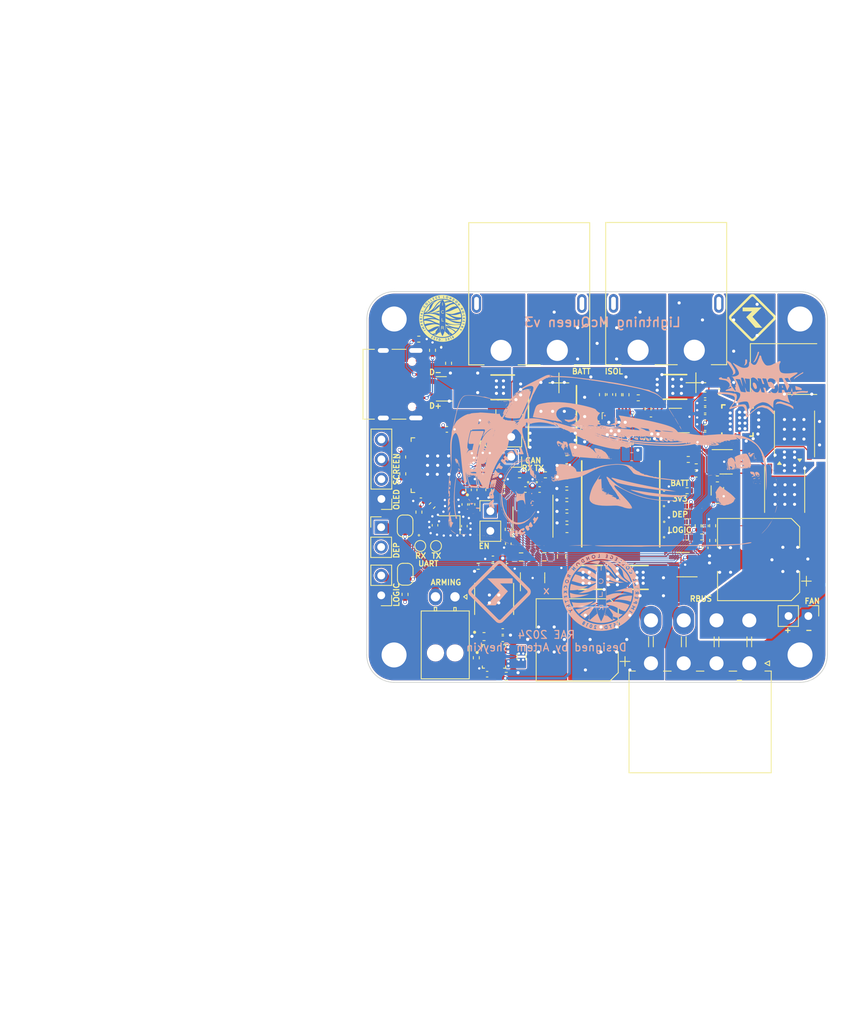
<source format=kicad_pcb>
(kicad_pcb (version 20240108) (generator "pcbnew") (generator_version "8.0")
  (layers (0 "F.Cu" signal) (1 "In1.Cu" power) (2 "In2.Cu" power) (31 "B.Cu" signal) (34 "B.Paste" user) (35 "F.Paste" user) (36 "B.SilkS" user "B.Silkscreen") (37 "F.SilkS" user "F.Silkscreen") (38 "B.Mask" user) (39 "F.Mask" user) (44 "Edge.Cuts" user))
  (net 0 "")
  (net 1 "+3V3")
  (net 2 "+12V")
  (net 3 "GND")
  (net 4 "Net-(3V3LED1-A)")
  (net 5 "Net-(BATTLED1-A)")
  (net 7 "Net-(U2-XTAL_N)")
  (net 8 "Net-(J5-Pin_4)")
  (net 9 "Net-(IC1-ITIMER)")
  (net 10 "/Bucks/Vdd")
  (net 11 "/3V3Filter/BIAS")
  (net 12 "/3V3Filter/BBOUT")
  (net 13 "/Bucks/SW")
  (net 14 "Net-(IC2-V_DRV)")
  (net 15 "Net-(DEPLED1-A)")
  (net 16 "/ARMING")
  (net 17 "VBUS")
  (net 18 "/Data-")
  (net 19 "/Data+")
  (net 21 "Net-(C42-Pad2)")
  (net 22 "/TXD")
  (net 24 "Net-(IC2-EN)")
  (net 26 "/CAN+")
  (net 27 "Net-(C20-Pad1)")
  (net 28 "/CAN-")
  (net 29 "Net-(J7-+)")
  (net 30 "/CHIP_PU")
  (net 31 "/BOOT")
  (net 32 "Net-(J3-CC1)")
  (net 34 "/SCL")
  (net 35 "/CAN_TX")
  (net 36 "/CAN_RX")
  (net 37 "/CAN/Vref")
  (net 38 "Net-(J3-CC2)")
  (net 39 "Net-(C6-Pad1)")
  (net 41 "Net-(J4-Pin_2)")
  (net 42 "Net-(U2-XTAL_P)")
  (net 43 "Net-(Q5-G)")
  (net 44 "Net-(Q6-G)")
  (net 45 "Net-(U2-U0TXD{slash}PROG{slash}GPIO43)")
  (net 46 "Net-(TXLED1-A)")
  (net 47 "Net-(USBLED1-A)")
  (net 48 "Net-(U5-Rs)")
  (net 51 "/SDA")
  (net 52 "/Switches+RBUS/EFuse_OUT")
  (net 56 "/DepSwitch")
  (net 58 "/LogicSwitch")
  (net 59 "Net-(LOGICLED1-A)")
  (net 66 "Net-(C14-Pad1)")
  (net 69 "/Bucks/FB")
  (net 70 "/Bucks/MODE_2")
  (net 71 "/Bucks/MODE_1")
  (net 72 "/Bucks/BOOT")
  (net 73 "/Bucks/PHASE")
  (net 74 "RBUS_uC_V")
  (net 79 "/3V3Filter/LX1")
  (net 80 "/3V3Filter/LX2")
  (net 81 "/3V3Filter/SEL")
  (net 82 "/3V3Filter/FBIn")
  (net 84 "Net-(U2-U0RXD{slash}PROG{slash}GPIO44)")
  (net 88 "/BattVoltage")
  (net 94 "Net-(IC2-P_GOOD)")
  (net 95 "/LogicVoltage")
  (net 96 "/DepVoltage")
  (net 97 "Net-(Q7-S_1)")
  (net 98 "Net-(Q7-G)")
  (net 99 "/Switches+RBUS/CTL")
  (net 100 "Net-(CANRXLED1-A)")
  (net 101 "Net-(CANTXLED1-A)")
  (net 102 "Net-(C16-Pad2)")
  (net 105 "Net-(J6-Pin_1)")
  (net 106 "/Switches+RBUS/OVLO")
  (net 107 "/DepCurrent")
  (net 108 "Net-(IC1-EN{slash}UVLO)")
  (net 109 "Net-(IC1-ILIM)")
  (net 110 "/EFuse_PG")
  (net 121 "Net-(Q2-Pad1)")
  (net 122 "Net-(U7-GATE)")
  (net 123 "Net-(J2-Pin_2)")
  (footprint "iclr:TPS259830ONRGER" (layer "F.Cu") (at 160.98 86.933 -90)
    (property "Reference" "IC1")
    (property "Value" "TPS259830ONRGER" (hide yes))
  )
  (footprint "Resistor_SMD:R_0402_1005Metric" (layer "F.Cu") (at 131.61 100.870001 -90)
    (property "Reference" "R23" (hide yes))
    (property "Value" "0")
  )
  (footprint "Capacitor_SMD:C_0402_1005Metric" (layer "F.Cu") (at 135.632 95.76949)
    (property "Reference" "C18" (hide yes))
    (property "Value" "100nF")
  )
  (footprint "Capacitor_SMD:C_0603_1608Metric" (layer "F.Cu") (at 131.36 119.67)
    (property "Reference" "C17" (hide yes))
    (property "Value" "10uF")
  )
  (footprint "Capacitor_SMD:C_0603_1608Metric" (layer "F.Cu") (at 139.14 100.77)
    (property "Reference" "C34" (hide yes))
    (property "Value" "22uF")
  )
  (footprint "iclr:SiC437BEDT1GE3" (layer "F.Cu") (at 145.641 87.934)
    (property "Reference" "IC2" (hide yes))
    (property "Value" "SiC437AED-T1-GE3" (hide yes))
  )
  (footprint "iclr:SQS850ENT1_GE3" (layer "F.Cu") (at 148.015 107.02)
    (property "Reference" "Q8")
    (property "Value" "SQS141ELNW-T1_GE3" (hide yes))
  )
  (footprint "Resistor_SMD:R_0402_1005Metric" (layer "F.Cu") (at 157.805 100.4 90)
    (property "Reference" "R32")
    (property "Value" "10k")
  )
  (footprint "Package_TO_SOT_SMD:SOT-143" (layer "F.Cu") (at 123.04 82.88 180)
    (property "Reference" "D1" (hide yes))
    (property "Value" "SP0503BAHT")
  )
  (footprint "Resistor_SMD:R_0402_1005Metric" (layer "F.Cu") (at 149.526 85.444 -90)
    (property "Reference" "R21" (hide yes))
    (property "Value" "10k")
  )
  (footprint "Resistor_SMD:R_0402_1005Metric" (layer "F.Cu") (at 148.272 84.03 180)
    (property "Reference" "R20" (hide yes))
    (property "Value" "45.3k")
  )
  (footprint "Package_TO_SOT_SMD:TSOT-23-6" (layer "F.Cu") (at 159.53 92.22)
    (property "Reference" "U7" (hide yes))
    (property "Value" "LTC4412xS6")
  )
  (footprint "Resistor_SMD:R_0402_1005Metric" (layer "F.Cu") (at 154.68 91.92)
    (property "Reference" "R14" (hide yes))
    (property "Value" "97.6k")
  )
  (footprint "iclr:PXP01230QLJ" (layer "F.Cu") (at 152.98 82.63 -90)
    (property "Reference" "Q5" (hide yes))
    (property "Value" "PXP012-30QLJ" (hide yes))
  )
  (footprint "Connector_USB:USB_C_Receptacle_Palconn_UTC16-G" (layer "F.Cu") (at 117.845 82.29 -90)
    (property "Reference" "J3" (hide yes))
    (property "Value" "USB_C_Receptacle_USB2.0")
  )
  (footprint "Resistor_SMD:R_0402_1005Metric" (layer "F.Cu") (at 154.54 101.85)
    (property "Reference" "R33")
    (property "Value" "470")
  )
  (footprint "Capacitor_SMD:C_0402_1005Metric" (layer "F.Cu") (at 131.11 94.94)
    (property "Reference" "C4" (hide yes))
    (property "Value" "1uF")
  )
  (footprint "Capacitor_SMD:C_0402_1005Metric" (layer "F.Cu") (at 156.843 89.703)
    (property "Reference" "R43")
    (property "Value" "100k")
  )
  (footprint "Resistor_SMD:R_0402_1005Metric" (layer "F.Cu") (at 118.1 93.76 90)
    (property "Reference" "R8")
    (property "Value" "2.2k")
  )
  (footprint "Package_SO:SOIC-8_3.9x4.9mm_P1.27mm" (layer "F.Cu") (at 134.78 99.93 -90)
    (property "Reference" "U5" (hide yes))
    (property "Value" "SN65HVD230")
  )
  (footprint "Connector_Molex:Molex_Nano-Fit_105313-xx02_1x02_P2.50mm_Horizontal" (layer "F.Cu") (at 124.79 109.5 -90)
    (property "Reference" "J1")
    (property "Value" "Conn_01x03_MountingPin")
  )
  (footprint "Resistor_SMD:R_0402_1005Metric" (layer "F.Cu") (at 154.53 95.92 180)
    (property "Reference" "R9" (hide yes))
    (property "Value" "3k")
  )
  (footprint "Resistor_SMD:R_0402_1005Metric" (layer "F.Cu") (at 154.54 97.89)
    (property "Reference" "R7" (hide yes))
    (property "Value" "470" (hide yes))
  )
  (footprint "iclr:AMASS_XT60PW-M" (layer "F.Cu") (at 134.3 71.96)
    (property "Reference" "J7")
    (property "Value" "XT60PW-M")
  )
  (footprint "Connector_PinHeader_2.54mm:PinHeader_1x02_P2.54mm_Vertical" (layer "F.Cu") (at 129.32 98.53)
    (property "Reference" "ENJUMPER1")
    (property "Value" "Conn_01x02_Male")
  )
  (footprint "Connector_PinHeader_2.54mm:PinHeader_1x02_P2.54mm_Vertical" (layer "F.Cu") (at 170.065 111.96 -90)
    (property "Reference" "J2")
    (property "Value" "FAN")
  )
  (footprint "Capacitor_SMD:C_0603_1608Metric" (layer "F.Cu") (at 139.12 93.42)
    (property "Reference" "C25" (hide yes))
    (property "Value" "22uF")
  )
  (footprint "Capacitor_SMD:C_0402_1005Metric" (layer "F.Cu") (at 131.68 85.76)
    (property "Reference" "C12")
    (property "Value" "2.2uF")
  )
  (footprint "LED_SMD:LED_0402_1005Metric" (layer "F.Cu") (at 152.67 101.87)
    (property "Reference" "LOGICLED1")
    (property "Value" "BLUE_LED")
  )
  (footprint "Capacitor_SMD:C_0402_1005Metric" (layer "F.Cu") (at 144.63 83.6 90)
    (property "Reference" "C42" (hide yes))
    (property "Value" "0.1uF")
  )
  (footprint "Inductor_SMD:L_0402_1005Metric" (layer "F.Cu") (at 124.6 98.04 -90)
    (property "Reference" "L2" (hide yes))
    (property "Value" "20nH")
  )
  (footprint "Capacitor_SMD:C_0402_1005Metric" (layer "F.Cu") (at 129.649999 104.645)
    (property "Reference" "C53" (hide yes))
    (property "Value" "10uF")
  )
  (footprint "Capacitor_SMD:C_0402_1005Metric" (layer "F.Cu") (at 120.42 97.21 180)
    (property "Reference" "C10" (hide yes))
    (property "Value" "0.1uF")
  )
  (footprint "Connector_PinHeader_2.54mm:PinHeader_1x04_P2.54mm_Vertical" (layer "F.Cu") (at 115.36 96.98 180)
    (property "Reference" "J8")
    (property "Value" "Conn_01x04_Male")
  )
  (footprint "Resistor_SMD:R_0402_1005Metric" (layer "F.Cu") (at 157.81 102.29 -90)
    (property "Reference" "R26")
    (property "Value" "10k")
  )
  (footprint "MountingHole:MountingHole_3.2mm_M3_DIN965_Pad" (layer "F.Cu") (at 169 73.94)
    (property "Reference" "H3" (hide yes))
    (property "Value" "MountingHole_Pad")
  )
  (footprint "Capacitor_SMD:C_0402_1005Metric" (layer "F.Cu") (at 130.91 114.86)
    (property "Reference" "C51" (hide yes))
    (property "Value" "10uF")
  )
  (footprint "Resistor_SMD:R_0402_1005Metric" (layer "F.Cu") (at 158.409999 94.41 180)
    (property "Reference" "R35")
    (property "Value" "10k")
  )
  (footprint "Capacitor_SMD:C_0603_1608Metric" (layer "F.Cu") (at 128.51 114.59 180)
    (property "Reference" "C50" (hide yes))
    (property "Value" "22uF")
  )
  (footprint "Capacitor_SMD:C_0402_1005Metric" (layer "F.Cu") (at 129.1 95.81 -90)
    (property "Reference" "C5" (hide yes))
    (property "Value" "0.1uF")
  )
  (footprint "LED_SMD:LED_0402_1005Metric" (layer "F.Cu") (at 152.685 99.9)
    (property "Reference" "DEPLED1")
    (property "Value" "RED_LED")
  )
  (footprint "Capacitor_SMD:C_0402_1005Metric" (layer "F.Cu") (at 131.62 102.71 -90)
    (property "Reference" "C20" (hide yes))
    (property "Value" "47nF")
  )
  (footprint "Package_SO:PowerPAK_SO-8_Single" (layer "F.Cu") (at 167.03 95.76 -90)
    (property "Reference" "Q3")
    (property "Value" "SI7635DP-T1-GE3")
  )
  (footprint "MountingHole:MountingHole_3.2mm_M3_DIN965_Pad" (layer "F.Cu") (at 116.983741 116.94)
    (property "Reference" "H1" (hide yes))
    (property "Value" "MountingHole_Pad")
  )
  (footprint "Resistor_SMD:R_0603_1608Metric" (layer "F.Cu") (at 136.23 104.375)
    (property "Reference" "R16")
    (property "Value" "60")
  )
  (footprint "Inductor_SMD:L_0805_2012Metric" (layer "F.Cu") (at 133.31 117.16 90)
    (property "Reference" "L5" (hide yes))
    (property "Value" "1uH")
  )
  (footprint "Capacitor_SMD:C_0402_1005Metric" (layer "F.Cu") (at 130.91 113.94)
    (property "Reference" "C52" (hide yes))
    (property "Value" "4.7uF")
  )
  (footprint "Resistor_SMD:R_0402_1005Metric" (layer "F.Cu") (at 143.68 83.62 90)
    (property "Reference" "R30" (hide yes))
    (property "Value" "2.2")
  )
  (footprint "Resistor_SMD:R_0402_1005Metric" (layer "F.Cu") (at 154.545 99.9 180)
    (property "Reference" "R27")
    (property "Value" "3k")
  )
  (footprint "Resistor_SMD:R_0402_1005Metric" (layer "F.Cu") (at 133.06 93.88 180)
    (property "Reference" "R36")
    (property "Value" "1k")
  )
  (footprint "Resistor_SMD:R_0603_1608Metric" (layer "F.Cu") (at 138.44 104.34 -90)
    (property "Reference" "R15")
    (property "Value" "0")
  )
  (footprint "Resistor_SMD:R_0402_1005Metric" (layer "F.Cu") (at 127.76 105.590001 180)
    (property "Reference" "R13" (hide yes))
    (property "Value" "10k")
  )
  (footprint "Jumper:SolderJumper-2_P1.3mm_Bridged_RoundedPad1.0x1.5mm" (layer "F.Cu") (at 118.42 106.61 90)
    (property "Reference" "JP2" (hide yes))
    (property "Value" "SolderJumper_2_Bridged")
  )
  (footprint "iclr:iclr_logo_estd2018_6mm" (layer "F.Cu") (at 123.2 73.86)
    (property "Reference" "G***" (hide yes))
    (property "Value" "LOGO" (hide yes))
  )
  (footprint "Package_TO_SOT_SMD:TSOT-23-6" (layer "F.Cu") (at 154.02 105.38 180)
    (property "Reference" "U6" (hide yes))
    (property "Value" "LTC4412xS6")
  )
  (footprint "Resistor_SMD:R_0402_1005Metric" (layer "F.Cu") (at 121.86 97.82 45)
    (property "Reference" "R4" (hide yes))
    (property "Value" "499")
  )
  (footprint "Capacitor_SMD:C_0402_1005Metric" (layer "F.Cu") (at 156.84 83.66 180)
    (property "Reference" "R39")
    (property "Value" "1M")
  )
  (footprint "LED_SMD:LED_0402_1005Metric" (layer "F.Cu") (at 123.03 78.61 -90)
    (property "Reference" "USBLED1")
    (property "Value" "WHITE_LED")
  )
  (footprint "Capacitor_SMD:C_0402_1005Metric" (layer "F.Cu") (at 133.812 95.769489 180)
    (property "Reference" "C19")
    (property "Value" "10uF")
  )
  (footprint "iclr:QFN40P700X700X90-57N" (layer "F.Cu") (at 122.67 92.65 180)
    (property "Reference" "U2")
    (property "Value" "ESP32-S3")
  )
  (footprint "Jumper:SolderJumper-2_P1.3mm_Bridged_RoundedPad1.0x1.5mm" (layer "F.Cu") (at 118.4 100.43 -90)
    (property "Reference" "JP1")
    (property "Value" "SolderJumper_2_Bridged")
  )
  (footprint "LED_SMD:LED_0402_1005Metric" (layer "F.Cu") (at 152.66 97.89)
    (property "Reference" "3V3LED1" (hide yes))
    (property "Value" "CYAN_LED")
  )
  (footprint "Capacitor_SMD:C_0603_1608Metric" (layer "F.Cu") (at 139.115 94.91)
    (property "Reference" "C15")
    (property "Value" "22uF")
  )
  (footprint "iclr:SQS850ENT1_GE3" (layer "F.Cu") (at 142.125 107.01 180)
    (property "Reference" "Q7")
    (property "Value" "SQS141ELNW-T1_GE3" (hide yes))
  )
  (footprint "Resistor_SMD:R_0402_1005Metric" (layer "F.Cu") (at 120.17 98.66 -90)
    (property "Reference" "R5" (hide yes))
    (property "Value" "470")
  )
  (footprint "LED_SMD:LED_0402_1005Metric" (layer "F.Cu") (at 133.07 94.83 180)
    (property "Reference" "CANRXLED1")
    (property "Value" "ORANGE_LED")
  )
  (footprint "Crystal:Crystal_SMD_2016-4Pin_2.0x1.6mm" (layer "F.Cu") (at 124.090001 100.28 180)
    (property "Reference" "Y1" (hide yes))
    (property "Value" "40MHz±10ppm")
  )
  (footprint "Capacitor_SMD:C_0402_1005Metric" (layer "F.Cu") (at 131.1 95.88)
    (property "Reference" "C1" (hide yes))
    (property "Value" "10uF")
  )
  (footprint "Capacitor_SMD:C_0402_1005Metric" (layer "F.Cu") (at 156.85 103.23 -90)
    (property "Reference" "C26")
    (property "Value" "0.1uF")
  )
  (footprint "Capacitor_SMD:C_0402_1005Metric" (layer "F.Cu") (at 149.9 86.84)
    (property "Reference" "C46" (hide yes))
    (property "Value" "1uF")
  )
  (footprint "Resistor_SMD:R_0402_1005Metric" (layer "F.Cu") (at 155.945 100.41 -90)
    (property "Reference" "R28")
    (property "Value" "97.6k")
  )
  (footprint "Capacitor_SMD:C_0603_1608Metric" (layer "F.Cu") (at 139.12 97.83)
    (property "Reference" "C32" (hide yes))
    (property "Value" "22uF")
  )
  (footprint "Resistor_SMD:R_0402_1005Metric" (layer "F.Cu") (at 123.97 79.61 90)
    (property "Reference" "R12" (hide yes))
    (property "Value" "5.1k")
  )
  (footprint "TestPoint:TestPoint_Pad_D1.0mm" (layer "F.Cu") (at 122.36 103 -90)
    (property "Reference" "TP5")
    (property "Value" "TestPoint")
  )
  (footprint "LED_SMD:LED_0402_1005Metric" (layer "F.Cu") (at 120.17 100.53 90)
    (property "Reference" "TXLED1")
    (property "Value" "GREEN_LED")
  )
  (footprint "Capacitor_SMD:C_0402_1005Metric" (layer "F.Cu") (at 158.66 83.27)
    (property "Reference" "C22")
    (property "Value" "10nF")
  )
  (footprint "Capacitor_SMD:C_0402_1005Metric" (layer "F.Cu") (at 149.45 89.31 90)
    (property "Reference" "C47" (hide yes))
    (property "Value" "4.7uF")
  )
  (footprint "Resistor_SMD:R_0402_1005Metric" (layer "F.Cu") (at 156.41 101.84)
    (property "Reference" "R24")
    (property "Value" "2.87k")
  )
  (footprint "Connector_PinHeader_2.54mm:PinHeader_1x02_P2.54mm_Vertical" (layer "F.Cu") (at 115.33 100.59)
    (property "Reference" "J6")
    (property "Value" "Conn_01x02_Male")
  )
  (footprint "Package_TO_SOT_SMD:TSOT-23-6" (layer "F.Cu") (at 153.02 86.93 180)
    (property "Reference" "U1" (hide yes))
    (property "Value" "LTC4412xS6")
  )
  (footprint "Capacitor_SMD:C_0402_1005Metric" (layer "F.Cu") (at 156.843 85.613 180)
    (property "Reference" "R38")
    (property "Value" "82")
  )
  (footprint "Resistor_SMD:R_0402_1005Metric" (layer "F.Cu") (at 155.699999 92.86)
    (property "Reference" "R22" (hide yes))
    (property "Value" "10k")
  )
  (footprint "Capacitor_SMD:C_0402_1005Metric" (layer "F.Cu") (at 126.05 97.68 -90)
    (property "Reference" "C9" (hide yes))
    (property "Value" "10nF")
  )
  (footprint "iclr:Molex_Mini-Fit_Jr_5569-08A2_2x04_P4.20mm_Horizontal" (layer "F.Cu") (at 162.5 118.01 180)
    (property "Reference" "J5")
    (property "Value" "Conn_01x08_Male")
  )
  (footprint "Resistor_SMD:R_0402_1005Metric" (layer "F.Cu") (at 129.63 105.58 180)
    (property "Reference" "R2" (hide yes))
    (property "Value" "56k")
  )
  (footprint "LED_SMD:LED_0402_1005Metric" (layer "F.Cu") (at 152.67 95.92)
    (property "Reference" "BATTLED1")
    (property "Value" "ORANGE_LED")
  )
  (footprint "Resistor_SMD:R_0402_1005Metric" (layer "F.Cu") (at 129.72 93.93 90)
    (property "Reference" "R3" (hide yes))
    (property "Value" "10K")
  )
  (footprint "Capacitor_SMD:CP_Elec_10x10" (layer "F.Cu") (at 140.45 115.01 180)
    (property "Reference" "C23" (hide yes))
    (property "Value" "1000uF")
  )
  (footprint "Capacitor_SMD:C_0402_1005Metric" (layer "F.Cu") (at 155.7 93.81)
    (property "Reference" "C28")
    (property "Value" "0.1uF")
  )
  (footprint "Package_TO_SOT_SMD:SOT-723" (layer "F.Cu") (at 158.409999 95.79 90)
    (property "Reference" "Q1")
    (property "Value" "SSM3K15AMFV,L3F")
  )
  (footprint "Connector_PinHeader_2.54mm:PinHeader_1x02_P2.54mm_Vertical" (layer "F.Cu") (at 115.34 109.31 180)
    (property "Reference" "J4")
    (property "Value" "Conn_01x02_Male")
  )
  (footprint "Capacitor_SMD:C_0603_1608Metric" (layer "F.Cu") (at 139.12 91.95)
    (property "Reference" "C38" (hide yes))
    (property "Value" "22uF")
  )
  (footprint "Capacitor_SMD:C_0402_1005Metric" (layer "F.Cu") (at 156.843 84.693)
    (property "Reference" "C21")
    (property "Value" "4.7nF")
  )
  (footprint "Diode_SMD:D_SMC" (layer "F.Cu") (at 167.55 80.35)
    (property "Reference" "D4")
    (property "Value" "SMCJ24AHE3_A/H")
  )
  (footprint "Capacitor_SMD:C_0603_1608Metric" (layer "F.Cu") (at 139.13 99.3)
    (property "Reference" "C30" (hide yes))
    (property "Value" "22uF")
  )
  (footprint "Capacitor_SMD:C_0402_1005Metric" (layer "F.Cu") (at 129.28 92.08 90)
    (property "Reference" "C8" (hide yes))
    (property "Value" "0.1uF")
  )
  (footprint "Capacitor_SMD:C_0402_1005Metric" (layer "F.Cu") (at 127.24 95.81 -90)
    (property "Reference" "C6" (hide yes))
    (property "Value" "0.1uF")
  )
  (footprint "Capacitor_SMD:C_0402_1005Metric" (layer "F.Cu") (at 126.97 97.67 -90)
    (property "Reference" "C7" (hide yes))
    (property "Value" "1uF")
  )
  (footprint "iclr:rae_logo_6mm" (layer "F.Cu") (at 162.9 73.76)
    (property "Reference" "G***" (hide yes))
    (property "Value" "LOGO" (hide yes))
  )
  (footprint "iclr:PXP01230QLJ" (layer "F.Cu") (at 130.905 82.685 90)
    (property "Reference" "Q6" (hide yes))
    (property "Value" "PXP012-30QLJ" (hide yes))
  )
  (footprint "Resistor_SMD:R_0402_1005Metric" (layer "F.Cu") (at 127.52 117.3 -90)
    (property "Reference" "R1" (hide yes))
    (property "Value" "14k")
  )
  (footprint "iclr:CAPPM7362X200N" (layer "F.Cu") (at 137.28 86.72 -90)
    (property "Reference" "C40")
    (property "Value" "100uF" (hide yes))
  )
  (footprint "Resistor_SMD:R_0402_1005Metric" (layer "F.Cu") (at 128.34 92.07 -90)
    (property "Reference" "R6" (hide yes))
    (property "Value" "10K")
  )
  (footprint "Capacitor_SMD:C_0402_1005Metric" (layer "F.Cu") (at 123.75 88.07)
    (property "Reference" "C11" (hide yes))
    (property "Value" "0.1uF")
  )
  (footprint "Capacitor_SMD:C_0402_1005Metric" (layer "F.Cu") (at 156.833 88.773)
    (property "Reference" "R40")
    (property "Value" "732k")
  )
  (footprint "Resistor_SMD:R_0402_1005Metric" (layer "F.Cu") (at 121.91 77.95 -90)
    (property "Reference" "R11" (hide yes))
    (property "Value" "5.1k")
  )
  (footprint "TestPoint:TestPoint_Pad_D1.0mm" (layer "F.Cu") (at 120.34 102.99)
    (property "Reference" "TP4")
    (property "Value" "TestPoint")
  )
  (footprint "Resistor_SMD:R_0402_1005Metric" (layer "F.Cu") (at 146.702 83.634 90)
    (property "Reference" "R31" (hide yes))
    (property "Value" "100k")
  )
  (footprint "Resistor_SMD:R_0402_1005Metric" (layer "F.Cu") (at 158.429999 97.16 180)
    (property "Reference" "R34")
    (property "Value" "1k")
  )
  (footprint "Capacitor_SMD:C_0402_1005Metric" (layer "F.Cu") (at 156.875 100.42 90)
    (property "Reference" "C27")
    (property "Value" "0.1uF")
  )
  (footprint "Capacitor_SMD:C_0402_1005Metric" (layer "F.Cu") (at 128.91 119.4 180)
    (property "Reference" "C49" (hide yes))
    (property "Value" "1uF")
  )
  (footprint "Capacitor_SMD:C_0603_1608Metric" (layer "F.Cu") (at 141.41 87.98 -90)
    (property "Reference" "C44" (hide yes))
    (property "Value" "100nF")
  )
  (footprint "Package_SO:PowerPAK_SO-8_Single" (layer "F.Cu") (at 168.29 88.65 90)
    (property "Reference" "Q2")
    (property "Value" "SI7635DP-T1-GE3")
  )
  (footprint "Resistor_SMD:R_0402_1005Metric" (layer "F.Cu") (at 118.09 91.61 -90)
    (property "Reference" "R46")
    (property "Value" "2.2k")
  )
  (footprint "MountingHole:MountingHole_3.2mm_M3_DIN965_Pad" (layer "F.Cu") (at 117 73.94)
    (property "Reference" "H2")
    (property "Value" "MountingHole_Pad")
  )
  (footprint "LED_SMD:LED_0402_1005Metric" (layer "F.Cu") (at 136.36 94.83)
    (property "Reference" "CANTXLED1")
    (property "Value" "EMERALD_LED")
  )
  (footprint "Package_TO_SOT_SMD:TSOT-23-6" (layer "F.Cu") (at 128.470001 87.3425 -90)
    (property "Reference" "U8" (hide yes))
    (property "Value" "LTC4412xS6")
  )
  (footprint "Package_TO_SOT_SMD:SOT-23" (layer "F.Cu") (at 134.73 107.06 90)
    (property "Reference" "D2" (hide yes))
    (property "Value" "SM712_SOT23")
  )
  (footprint "Capacitor_SMD:C_0402_1005Metric" (layer "F.Cu") (at 128.79 93.94 -90)
    (property "Reference" "C2" (hide yes))
    (property "Value" "1uF")
  )
  (footprint "Resistor_SMD:R_0603_1608Metric" (layer "F.Cu") (at 133.26 104.4)
    (property "Reference" "R17")
    (property "Value" "60")
  )
  (footprint "Connector_PinHeader_2.54mm:PinHeader_1x02_P2.54mm_Vertical" (layer "F.Cu") (at 132 91.58 180)
    (property "Reference" "BOOTJUMPER1")
    (property "Value" "Conn_01x02_Male")
  )
  (footprint "Resistor_SMD:R_0402_1005Metric" (layer "F.Cu") (at 136.37 93.89)
    (property "Reference" "R19")
    (property "Value" "1k")
  )
  (footprint "Resistor_SMD:R_0402_1005Metric" (layer "F.Cu") (at 145.762 83.63 -90)
    (property "Reference" "R29" (hide yes))
    (property "Value" "51k")
  )
  (footprint "Resistor_SMD:R_0402_1005Metric" (layer "F.Cu") (at 149.92 87.93 180)
    (property "Reference" "R25")
    (property "Value" "10k")
  )
  (footprint "iclr:CONV_MAX77827AEFD+T" (layer "F.Cu") (at 129.79 117.13)
    (property "Reference" "U4" (hide yes))
    (property "Value" "MAX77827AEFD+T")
  )
  (footprint "Capacitor_SMD:C_0402_1005Metric" (layer "F.Cu") (at 125.99 100.450001 -90)
    (property "Reference" "C14")
    (property "Value" "11pF")
  )
  (footprint "Capacitor_SMD:C_0402_1005Metric" (layer "F.Cu") (at 156.843 86.543 180)
    (property "Reference" "R42")
    (property "Value" "680")
  )
  (footprint "Capacitor_SMD:C_0402_1005Metric" (layer "F.Cu") (at 127.87 93.94 -90)
    (property "Reference" "C3" (hide yes))
    (property "Value" "0.1uF")
  )
  (footprint "iclr:SOIC127P599X175-9N" (layer "F.Cu") (at 129.805 109.77 90)
    (property "Reference" "U10" (hide yes))
    (property "Value" "SC4215")
  )
  (footprint "Capacitor_SMD:C_0402_1005Metric" (layer "F.Cu") (at 122.23 100.339999 90)
    (property "Reference" "C13")
    (property "Value" "11pF")
  )
  (footprint "Capacitor_SMD:C_0603_1608Metric" (layer "F.Cu") (at 139.12 96.37)
    (property "Reference" "C36" (hide yes))
    (property "Value" "22uF")
  )
  (footprint "Inductor_SMD:L_0402_1005Metric" (layer "F.Cu") (at 128.17 95.79 -90)
    (property "Reference" "L1" (hide yes))
    (property "Value" "2.0nH")
  )
  (footprint "Capacitor_SMD:C_0402_1005Metric" (layer "F.Cu") (at 131.47 105.59 180)
    (property "Reference" "C54" (hide yes))
    (property "Value" "0.1uF")
  )
  (footprint "Resistor_SMD:R_0402_1005Metric" (layer "F.Cu") (at 133.07 86.3 -90)
    (property "Reference" "R47")
    (property "Value" "100k")
  )
  (footprint "iclr:AMASS_XT60PW-M" (layer "F.Cu") (at 151.85 71.94)
    (property "Reference" "J9")
    (property "Value" "XT60PW-M")
  )
  (footprint "MountingHole:MountingHole_3.2mm_M3_DIN965_Pad" (layer "F.Cu") (at 169 116.94)
    (property "Reference" "H4" (hide yes))
    (property "Value" "MountingHole_Pad")
  )
  (footprint "Capacitor_SMD:CP_Elec_10x10" (layer "F.Cu") (at 163.69 104.73 180)
    (property "Reference" "C24" (hide yes))
    (property "Value" "180uF")
  )
  (footprint "iclr:INDPM110100X540N" (layer "F.Cu") (at 146.03 97.6 90)
    (property "Reference" "L3")
    (property "Value" "SRP1050WA-3R3M" (hide yes))
  )
  (footprint "Resistor_SMD:R_0402_1005Metric" (layer "F.Cu") (at 118.39 109.19 90)
    (property "Reference" "R18" (hide yes))
    (property "Value" "10k")
  )
  (footprint "Resistor_SMD:R_0402_1005Metric" (layer "F.Cu") (at 120.15 76.52)
    (property "Reference" "R10" (hide yes))
    (property "Value" "5.1k")
  )
  (footprint "Capacitor_SMD:C_0402_1005Metric" (layer "F.Cu") (at 156.833 87.843 180)
    (property "Reference" "R41")
    (property "Value" "73.2k")
  )
  (footprint "iclr:rae_logo_8mm" (layer "B.Cu") (at 130.5 108.86 180)
    (property "Reference" "G***" (hide yes))
    (property "Value" "LOGO" (hide yes))
  )
  (footprint "Capacitor_SMD:C_0603_1608Metric" (layer "B.Cu") (at 147.44 91.56 180)
    (property "Reference" "C16" (hide yes))
    (property "Value" "TBD")
  )
  (footprint "iclr:LMQ" (layer "B.Cu") (at 144.7 92.36 180)
    (property "Reference" "G***" (hide yes))
    (property "Value" "LOGO" (hide yes))
  )
  (footprint "Resistor_SMD:R_0603_1608Metric" (layer "B.Cu") (at 146.662 89.34 90)
    (property "Reference" "R37" (hide yes))
    (property "Value" "TBD")
  )
  (footprint "iclr:kachow" (layer "B.Cu") (at 164.2 82.36 180)
    (property "Reference" "G***")
    (property "Value" "LOGO" (hide yes))
  )
  (footprint "iclr:iclr_logo_estd2018_10mm" (layer "B.Cu") (at 143.5 108.86 180)
    (property "Reference" "G***" (hide yes))
    (property "Value" "LOGO" (hide yes))
  )
  (gr_arc (start 172.5 116.94) (mid 171.474874 119.414874) (end 169 120.44) (stroke (width 0.1)) (layer "Edge.Cuts"))
  (gr_line (start 169 120.44) (end 116.958616 120.43991) (stroke (width 0.1)) (layer "Edge.Cuts"))
  (gr_line (start 113.483741 116.94) (end 113.5 73.94) (stroke (width 0.1)) (layer "Edge.Cuts"))
  (gr_arc (start 116.958616 120.43991) (mid 114.5 119.405975) (end 113.483741 116.94) (stroke (width 0.1)) (layer "Edge.Cuts"))
  (gr_line (start 169 70.44) (end 117 70.44) (stroke (width 0.1)) (layer "Edge.Cuts"))
  (gr_line (start 172.5 73.94) (end 172.5 116.94) (stroke (width 0.1)) (layer "Edge.Cuts"))
  (gr_arc (start 113.5 73.94) (mid 114.525126 71.465126) (end 117 70.44) (stroke (width 0.1)) (layer "Edge.Cuts"))
  (gr_arc (start 169 70.44) (mid 171.474874 71.465126) (end 172.5 73.94) (stroke (width 0.1)) (layer "Edge.Cuts"))
  (gr_text "RAE 2024\nDesigned by Artem Sheykin" (at 136.5 115.16 0) (layer "B.SilkS") (effects (font (size 1 1) (thickness 0.153)) (justify mirror)))
  (gr_text "x" (at 136.5 108.66 0) (layer "B.SilkS") (effects (font (size 1 1) (thickness 0.153)) (justify mirror)))
  (gr_text "Lightning McQueen v3" (at 143.7 74.36 0) (layer "B.SilkS") (effects (font (size 1.2 1.2) (thickness 0.2) (bold yes)) (justify mirror)))
  (gr_text "D+\n" (at 121.4 85.46 0) (layer "F.SilkS") (effects (font (size 0.7 0.7) (thickness 0.15) (bold yes)) (justify left bottom)))
  (gr_text "RX" (at 133.26 93.44 0) (layer "F.SilkS") (effects (font (size 0.7 0.7) (thickness 0.15) (bold yes)) (justify left bottom)))
  (gr_text "ISOL" (at 143.9 81.06 0) (layer "F.SilkS") (effects (font (size 0.7 0.7) (thickness 0.15) (bold yes)) (justify left bottom)))
  (gr_text "RX" (at 119.6 104.66 0) (layer "F.SilkS") (effects (font (size 0.7 0.7) (thickness 0.15) (bold yes)) (justify left bottom)))
  (gr_text "LOGIC" (at 117.7 110.86 90) (layer "F.SilkS") (effects (font (size 0.7 0.7) (thickness 0.15) (bold yes)) (justify left bottom)))
  (gr_text "LOGIC" (at 151.97 101.36 0) (layer "F.SilkS") (effects (font (size 0.7 0.7) (thickness 0.15) (bold yes)) (justify left bottom)))
  (gr_text "TX" (at 134.86 93.44 0) (layer "F.SilkS") (effects (font (size 0.7 0.7) (thickness 0.15) (bold yes)) (justify left bottom)))
  (gr_text "UART" (at 120 105.66 0) (layer "F.SilkS") (effects (font (size 0.7 0.7) (thickness 0.15) (bold yes)) (justify left bottom)))
  (gr_text "TX" (at 121.7 104.66 0) (layer "F.SilkS") (effects (font (size 0.7 0.7) (thickness 0.15) (bold yes)) (justify left bottom)))
  (gr_text "DEP" (at 117.7 104.66 90) (layer "F.SilkS") (effects (font (size 0.7 0.7) (thickness 0.15) (bold yes)) (justify left bottom)))
  (gr_text "-" (at 169.6 114.16 0) (layer "F.SilkS") (effects (font (size 0.7 0.7) (thickness 0.153) (bold yes)) (justify left bottom)))
  (gr_text "3V3" (at 152.54 97.36 0) (layer "F.SilkS") (effects (font (size 0.7 0.7) (thickness 0.15) (bold yes)) (justify left bottom)))
  (gr_text "FAN" (at 169.5 110.46 0) (layer "F.SilkS") (effects (font (size 0.7 0.7) (thickness 0.15) (bold yes)) (justify left bottom)))
  (gr_text "DEP" (at 152.51 99.36 0) (layer "F.SilkS") (effects (font (size 0.7 0.7) (thickness 0.15) (bold yes)) (justify left bottom)))
  (gr_text "BOOT" (at 127.75 90.36 0) (layer "F.SilkS") (effects (font (size 0.7 0.7) (thickness 0.15) (bold yes)) (justify left bottom)))
  (gr_text "CAN" (at 133.69 92.47 0) (layer "F.SilkS") (effects (font (size 0.7 0.7) (thickness 0.15) (bold yes)) (justify left bottom)))
  (gr_text "-" (at 160.7 120.54 0) (layer "F.SilkS") (effects (font (size 0.7 0.7) (thickness 0.153) (bold yes)) (justify left bottom)))
  (gr_text "RBUS" (at 154.8 110.16 0) (layer "F.SilkS") (effects (font (size 0.7 0.7) (thickness 0.15) (bold yes)) (justify left bottom)))
  (gr_text "BATT" (at 152.3 95.36 0) (layer "F.SilkS") (effects (font (size 0.7 0.7) (thickness 0.15) (bold yes)) (justify left bottom)))
  (gr_text "EN" (at 127.75 103.41 0) (layer "F.SilkS") (effects (font (size 0.7 0.7) (thickness 0.15) (bold yes)) (justify left bottom)))
  (gr_text "+" (at 166.9 114.16 0) (layer "F.SilkS") (effects (font (size 0.7 0.7) (thickness 0.153) (bold yes)) (justify left bottom)))
  (gr_text "OLED SCREEN" (at 117.7 98.46 90) (layer "F.SilkS") (effects (font (size 0.7 0.7) (thickness 0.15) (bold yes)) (justify left bottom)))
  (gr_text "ARMING" (at 121.593608 108.06 0) (layer "F.SilkS") (effects (font (size 0.7 0.7) (thickness 0.15) (bold yes)) (justify left bottom)))
  (gr_text "D-" (at 121.4 81.16 0) (layer "F.SilkS") (effects (font (size 0.7 0.7) (thickness 0.15) (bold yes)) (justify left bottom)))
  (gr_text "BATT" (at 139.7 81.06 0) (layer "F.SilkS") (effects (font (size 0.7 0.7) (thickness 0.15) (bold yes)) (justify left bottom)))
  (segment (start 155.02 97.35) (end 155.02 97.860001) (width 0.2) (layer "F.Cu") (net 1))
  (segment (start 120.17 98.07) (end 120.55 97.69) (width 0.15) (layer "F.Cu") (net 1))
  (segment (start 123.27 89.205) (end 123.27 88.07) (width 0.2) (layer "F.Cu") (net 1))
  (segment (start 123.28 87.53) (end 123.27 87.54) (width 0.2) (layer "F.Cu") (net 1))
  (segment (start 128.34 91.08) (end 128.34 91.56) (width 0.2) (layer "F.Cu") (net 1))
  (segment (start 128.35 91.07) (end 128.34 91.08) (width 0.2) (layer "F.Cu") (net 1))
  (segment (start 118.060001 94.269999) (end 118.1 94.269999) (width 0.15) (layer "F.Cu") (net 1))
  (segment (start 121.27 96.84) (end 120.9 97.21) (width 0.15) (layer "F.Cu") (net 1))
  (segment (start 120.17 98.150001) (end 120.17 98.07) (width 0.15) (layer "F.Cu") (net 1))
  (segment (start 120.9 97.34) (end 120.55 97.69) (width 0.15) (layer "F.Cu") (net 1))
  (segment (start 133.58 93.35) (end 133.58 93.869999) (width 0.2) (layer "F.Cu") (net 1))
  (segment (start 155.873 89.703) (end 155.87 89.7) (width 0.15) (layer "F.Cu") (net 1))
  (segment (start 118.39 110.18) (end 118.39 109.699999) (width 0.2) (layer "F.Cu") (net 1))
  (segment (start 133.58 93.869999) (end 133.569999 93.88) (width 0.2) (layer "F.Cu") (net 1))
  (segment (start 117.66 94.67) (end 118.060001 94.269999) (width 0.15) (layer "F.Cu") (net 1))
  (segment (start 123.27 87.54) (end 123.27 88.07) (width 0.2) (layer "F.Cu") (net 1))
  (segment (start 121.27 96.095) (end 121.27 96.84) (width 0.15) (layer "F.Cu") (net 1))
  (segment (start 118.09 91.100001) (end 118.09 91.1) (width 0.15) (layer "F.Cu") (net 1))
  (segment (start 156.363 89.703) (end 155.873 89.703) (width 0.15) (layer "F.Cu") (net 1))
  (segment (start 120.9 97.21) (end 120.9 97.34) (width 0.15) (layer "F.Cu") (net 1))
  (segment (start 155.02 97.860001) (end 155.049999 97.89) (width 0.2) (layer "F.Cu") (net 1))
  (segment (start 135.85 93.35) (end 135.85 93.879999) (width 0.2) (layer "F.Cu") (net 1))
  (segment (start 118.09 91.1) (end 117.68 90.69) (width 0.15) (layer "F.Cu") (net 1))
  (segment (start 135.85 93.879999) (end 135.860001 93.89) (width 0.2) (layer "F.Cu") (net 1))
  (via (at 118.39 110.18) (size 0.45) (drill 0.3) (layers "F.Cu" "B.Cu") (net 1))
  (via (at 117.68 90.69) (size 0.45) (drill 0.3) (layers "F.Cu" "B.Cu") (net 1))
  (via (at 128.35 91.07) (size 0.45) (drill 0.3) (layers "F.Cu" "B.Cu") (net 1))
  (via (at 117.66 94.67) (size 0.45) (drill 0.3) (layers "F.Cu" "B.Cu") (net 1))
  (via (at 134.72 95.23) (size 0.65) (drill 0.4) (layers "F.Cu" "B.Cu") (net 1))
  (via (at 155.87 89.7) (size 0.45) (drill 0.3) (layers "F.Cu" "B.Cu") (net 1))
  (via (at 130.9 104.56) (size 0.65) (drill 0.4) (layers "F.Cu" "B.Cu") (net 1))
  (via (at 133.58 93.35) (size 0.45) (drill 0.3) (layers "F.Cu" "B.Cu") (net 1))
  (via (at 155.02 97.35) (size 0.45) (drill 0.3) (layers "F.Cu" "B.Cu") (net 1))
  (via (at 135.85 93.35) (size 0.45) (drill 0.3) (layers "F.Cu" "B.Cu") (net 1))
  (via (at 123.28 87.53) (size 0.45) (drill 0.3) (layers "F.Cu" "B.Cu") (net 1))
  (via (at 125.85 96.16) (size 0.65) (drill 0.4) (layers "F.Cu" "B.Cu") (net 1))
  (via (at 120.55 97.69) (size 0.45) (drill 0.3) (layers "F.Cu" "B.Cu") (net 1))
  (via (at 130.63 94.07) (size 0.65) (drill 0.4) (layers "F.Cu" "B.Cu") (net 1))
  (segment (start 154.170001 95.050002) (end 154.170001 91.92) (width 0.15) (layer "F.Cu") (net 2))
  (segment (start 154.1575 88.664909) (end 154.1575 88.31) (width 0.15) (layer "F.Cu") (net 2))
  (segment (start 153.82 87.88) (end 153.2 87.26) (width 0.15) (layer "F.Cu") (net 2))
  (segment (start 154.1575 87.88) (end 153.82 87.88) (width 0.15) (layer "F.Cu") (net 2))
  (segment (start 153.2 87.26) (end 153.2 85.18) (width 0.15) (layer "F.Cu") (net 2))
  (segment (start 154.1575 87.88) (end 154.1575 88.31) (width 0.15) (layer "F.Cu") (net 2))
  (segment (start 154.1575 91.907499) (end 154.170001 91.92) (width 0.15) (layer "F.Cu") (net 2))
  (segment (start 155.039999 95.92) (end 154.170001 95.050002) (width 0.15) (layer "F.Cu") (net 2))
  (segment (start 157.03 93.54) (end 157.03 91.537409) (width 0.15) (layer "F.Cu") (net 2))
  (segment (start 157.03 91.537409) (end 154.1575 88.664909) (width 0.15) (layer "F.Cu") (net 2))
  (segment (start 157.32 83.66) (end 157.32 82.57) (width 0.15) (layer "F.Cu") (net 2))
  (segment (start 157.9 94.41) (end 157.03 93.54) (width 0.15) (layer "F.Cu") (net 2))
  (segment (start 154.1575 88.31) (end 154.1575 91.907499) (width 0.15) (layer "F.Cu") (net 2))
  (via (at 152.7 82.56) (size 0.65) (drill 0.4) (layers "F.Cu" "B.Cu") (net 2))
  (via (at 156.5 82.06) (size 0.65) (drill 0.4) (layers "F.Cu" "B.Cu") (net 2))
  (via (at 160.5 82.06) (size 0.65) (drill 0.4) (layers "F.Cu" "B.Cu") (net 2))
  (via (at 152.7 81.66) (size 0.65) (drill 0.4) (layers "F.Cu" "B.Cu") (net 2))
  (via (at 161.953 85.873) (size 0.65) (drill 0.4) (layers "F.Cu" "B.Cu") (net 2))
  (via (at 153.8 82.56) (size 0.65) (drill 0.4) (layers "F.Cu" "B.Cu") (net 2))
  (via (at 160.5 74.06) (size 0.65) (drill 0.4) (layers "F.Cu" "B.Cu") (net 2))
  (via (at 161.253 87.973) (size 0.65) (drill 0.4) (layers "F.Cu" "B.Cu") (net 2))
  (via (at 153.51 71.88) (size 0.65) (drill 0.4) (layers "F.Cu" "B.Cu") (net 2))
  (via (at 161.253 87.273) (size 0.65) (drill 0.4) (layers "F.Cu" "B.Cu") (net 2))
  (via (at 153.8 81.66) (size 0.65) (drill 0.4) (layers "F.Cu" "B.Cu") (net 2))
  (via (at 161.253 85.873) (size 0.65) (drill 0.4) (layers "F.Cu" "B.Cu") (net 2))
  (via (at 156.5 74.06) (size 0.65) (drill 0.4) (layers "F.Cu" "B.Cu") (net 2))
  (via (at 161.953 86.573) (size 0.65) (drill 0.4) (layers "F.Cu" "B.Cu") (net 2))
  (via (at 153.8 83.46) (size 0.65) (drill 0.4) (layers "F.Cu" "B.Cu") (net 2))
  (via (at 161.253 86.573) (size 0.65) (drill 0.4) (layers "F.Cu" "B.Cu") (net 2))
  (via (at 163.5 76.06) (size 0.65) (drill 0.4) (layers "F.Cu" "B.Cu") (net 2))
  (via (at 161.953 87.973) (size 0.65) (drill 0.4) (layers "F.Cu" "B.Cu") (net 2))
  (via (at 163.5 72.06) (size 0.65) (drill 0.4) (layers "F.Cu" "B.Cu") (net 2))
  (via (at 160.5 78.06) (size 0.65) (drill 0.4) (layers "F.Cu" "B.Cu") (net 2))
  (via (at 161.953 87.273) (size 0.65) (drill 0.4) (layers "F.Cu" "B.Cu") (net 2))
  (via (at 152.7 83.46) (size 0.65) (drill 0.4) (layers "F.Cu" "B.Cu") (net 2))
  (segment (start 159.733 88.153) (end 159.733 88.263) (width 0.2) (layer "F.Cu") (net 3))
  (segment (start 159.74 88.146) (end 159.733 88.153) (width 0.2) (layer "F.Cu") (net 3))
  (segment (start 124.588 92.218) (end 124.51 92.14) (width 0.2) (layer "F.Cu") (net 3))
  (segment (start 124.51 91.61) (end 124.51 92.14) (width 0.2) (layer "F.Cu") (net 3))
  (via (at 123.97 92.67) (size 0.8) (drill 0.4) (layers "F.Cu" "B.Cu") (net 3))
  (via (at 134.4 88.56) (size 0.65) (drill 0.4) (layers "F.Cu" "B.Cu") (net 3))
  (via (at 121.27 91.470001) (size 0.8) (drill 0.4) (layers "F.Cu" "B.Cu") (net 3))
  (via (at 135.5 113.36) (size 0.65) (drill 0.4) (layers "F.Cu" "B.Cu") (net 3))
  (via (at 121.270001 93.82) (size 0.8) (drill 0.4) (layers "F.Cu" "B.Cu") (net 3))
  (via (at 151.19 89.26) (size 0.65) (drill 0.4) (layers "F.Cu" "B.Cu") (net 3))
  (via (at 157.4 105.16) (size 0.65) (drill 0.4) (layers "F.Cu" "B.Cu") (net 3))
  (via (at 130.399999 109.27) (size 0.65) (drill 0.4) (layers "F.Cu" "B.Cu") (net 3))
  (via (at 126.96 114.56) (size 0.65) (drill 0.4) (layers "F.Cu" "B.Cu") (net 3))
  (via (at 152.19 95.38) (size 0.45) (drill 0.3) (layers "F.Cu" "B.Cu") (net 3))
  (via (at 124.02 93.82) (size 0.8) (drill 0.4) (layers "F.Cu" "B.Cu") (net 3))
  (via (at 122.57 92.67) (size 0.8) (drill 0.4) (layers "F.Cu" "B.Cu") (net 3))
  (via (at 132.87 119.21) (size 0.65) (drill 0.4) (layers "F.Cu" "B.Cu") (net 3))
  (via (at 138.8 114.96) (size 0.65) (drill 0.4) (layers "F.Cu" "B.Cu") (net 3))
  (via (at 123.510001 97.89) (size 0.45) (drill 0.3) (layers "F.Cu" "B.Cu") (net 3))
  (via (at 121.27 92.67) (size 0.8) (drill 0.4) (layers "F.Cu" "B.Cu") (net 3))
  (via (at 125.23 97.08) (size 0.45) (drill 0.3) (layers "F.Cu" "B.Cu") (net 3))
  (via (at 144.3 88.76) (size 0.65) (drill 0.4) (layers "F.Cu" "B.Cu") (net 3))
  (via (at 128.659999 104.645) (size 0.45) (drill 0.3) (layers "F.Cu" "B.Cu") (net 3))
  (via (at 134.4 90.36) (size 0.65) (drill 0.4) (layers "F.Cu" "B.Cu") (net 3))
  (via (at 124.220001 101.65) (size 0.45) (drill 0.3) (layers "F.Cu" "B.Cu") (net 3))
  (via (at 123.310001 98.61) (size 0.45) (drill 0.3) (layers "F.Cu" "B.Cu") (net 3))
  (via (at 137.87 100.04) (size 0.65) (drill 0.4) (layers "F.Cu" "B.Cu") (net 3))
  (via (at 137.5 116.56) (size 0.65) (drill 0.4) (layers "F.Cu" "B.Cu") (net 3))
  (via (at 155.823 87.423) (size 0.45) (drill 0.3) (layers "F.Cu" "B.Cu") (net 3))
  (via (at 131.08 103.2) (size 0.45) (drill 0.3) (layers "F.Cu" "B.Cu") (net 3))
  (via (at 152.19 101.33) (size 0.45) (drill 0.3) (layers "F.Cu" "B.Cu") (net 3))
  (via (at 127.289999 106.23) (size 0.65) (drill 0.4) (layers "F.Cu" "B.Cu") (net 3))
  (via (at 140.2 90.36) (size 0.65) (drill 0.4) (layers "F.Cu" "B.Cu") (net 3))
  (via (at 146.6 87.16) (size 0.65) (drill 0.4) (layers "F.Cu" "B.Cu") (net 3))
  (via (at 155.823 86.553) (size 0.45) (drill 0.3) (layers "F.Cu" "B.Cu") (net 3))
  (via (at 123.97 91.47) (size 0.8) (drill 0.4) (layers "F.Cu" "B.Cu") (net 3))
  (via (at 124.74 88.07) (size 0.45) (drill 0.3) (layers "F.Cu" "B.Cu") (net 3))
  (via (at 123.02 77.6) (size 0.45) (drill 0.3) (layers "F.Cu" "B.Cu") (net 3))
  (via (at 145.3 88.76) (size 0.65) (drill 0.4) (layers "F.Cu" "B.Cu") (net 3))
  (via (at 129.25 91.1) (size 0.45) (drill 0.3) (layers "F.Cu" "B.Cu") (net 3))
  (via (at 145.8 87.16) (size 0.65) (drill 0.4) (layers "F.Cu" "B.Cu") (net 3))
  (via (at 160.053 86.673) (size 0.65) (drill 0.4) (layers "F.Cu" "B.Cu") (net 3))
  (via (at 150 88.66) (size 0.65) (drill 0.4) (layers "F.Cu" "B.Cu") (net 3))
  (via (at 131.9 114.4) (size 0.65) (drill 0.4) (layers "F.Cu" "B.Cu") (net 3))
  (via (at 129.199999 110.27) (size 0.65) (drill 0.4) (layers "F.Cu" "B.Cu") (net 3))
  (via (at 155.81 93.31) (size 0.45) (drill 0.3) (layers "F.Cu" "B.Cu") (net 3))
  (via (at 134.74 107.09) (size 0.45) (drill 0.3) (layers "F.Cu" "B.Cu") (net 3))
  (via (at 138.42 105.8) (size 0.45) (drill 0.3) (layers "F.Cu" "B.Cu") (net 3))
  (via (at 137.86 92.68) (size 0.65) (drill 0.4) (layers "F.Cu" "B.Cu") (net 3))
  (via (at 121.670001 101.35) (size 0.45) (drill 0.3) (layers "F.Cu" "B.Cu") (net 3))
  (via (at 131.55 94.44) (size 0.45) (drill 0.3) (layers "F.Cu" "B.Cu") (net 3))
  (via (at 123.350001 101.66) (size 0.45) (drill 0.3) (layers "F.Cu" "B.Cu") (net 3))
  (via (at 141.4 89.66) (size 0.65) (drill 0.4) (layers "F.Cu" "B.Cu") (net 3))
  (via (at 135.44 98.65) (size 0.45) (drill 0.3) (layers "F.Cu" "B.Cu") (net 3))
  (via (at 126.780001 100.81) (size 0.45) (drill 0.3) (layers "F.Cu" "B.Cu") (net 3))
  (via (at 150.35 89.26) (size 0.65) (drill 0.4) (layers "F.Cu" "B.Cu") (net 3))
  (via (at 158.7 106.36) (size 0.65) (drill 0.4) (layers "F.Cu" "B.Cu") (net 3))
  (via (at 140.2 88.56) (size 0.65) (drill 0.4) (layers "F.Cu" "B.Cu") (net 3))
  (via (at 121.91 76.94) (size 0.45) (drill 0.3) (layers "F.Cu" "B.Cu") (net 3))
  (via (at 134.73 94.45) (size 0.45) (drill 0.3) (layers "F.Cu" "B.Cu") (net 3))
  (via (at 134.4 89.46) (size 0.65) (drill 0.4) (layers "F.Cu" "B.Cu") (net 3))
  (via (at 157.4 104.26) (size 0.65) (drill 0.4) (layers "F.Cu" "B.Cu") (net 3))
  (via (at 159.22 96.63) (size 0.45) (drill 0.3) (layers "F.Cu" "B.Cu") (net 3))
  (via (at 121.510001 100.6) (size 0.45) (drill 0.3) (layers "F.Cu" "B.Cu") (net 3))
  (via (at 125.33 98.67) (size 0.45) (drill 0.3) (layers "F.Cu" "B.Cu") (net 3))
  (via (at 121.17 76.51) (size 0.45) (drill 0.3) (layers "F.Cu" "B.Cu") (net 3))
  (via (at 122.519999 93.82) (size 0.8) (drill 0.4) (layers "F.Cu" "B.Cu") (net 3))
  (via (at 132.44 105.9) (size 0.45) (drill 0.3) (layers "F.Cu" "B.Cu") (net 3))
  (via (at 124.06 84.45) (size 0.65) (drill 0.4) (layers "F.Cu" "B.Cu") (net 3))
  (via (at 155.823 84.703) (size 0.45) (drill 0.3) (layers "F.Cu" "B.Cu") (net 3))
  (via (at 154.84 86.45) (size 0.45) (drill 0.3) (layers "F.Cu" "B.Cu") (net 3))
  (via (at 144.8 88.26) (size 0.65) (drill 0.4) (layers "F.Cu" "B.Cu") (net 3))
  (via (at 154.28 105.39) (size 0.45) (drill 0.3) (layers "F.Cu" "B.Cu") (net 3))
  (via (at 145.8 88.26) (size 0.65) (drill 0.4) (layers "F.Cu" "B.Cu") (net 3))
  (via (at 127.71 96.9) (size 0.45) (drill 0.3) (layers "F.Cu" "B.Cu") (net 3))
  (via (at 122.75 99.84) (size 0.45) (drill 0.3) (layers "F.Cu" "B.Cu") (net 3))
  (via (at 121.890001 99.2) (size 0.45) (drill 0.3) (layers "F.Cu" "B.Cu") (net 3))
  (via (at 152.17 97.35) (size 0.45) (drill 0.3) (layers "F.Cu" "B.Cu") (net 3))
  (via (at 122.490001 101.54) (size 0.45) (drill 0.3) (layers "F.Cu" "B.Cu") (net 3))
  (via (at 122.600001 99) (size 0.45) (drill 0.3) (layers "F.Cu" "B.Cu") (net 3))
  (via (at 155.823 85.613) (size 0.45) (drill 0.3) (layers "F.Cu" "B.Cu") (net 3))
  (via (at 125.31 97.89) (size 0.45) (drill 0.3) (layers "F.Cu" "B.Cu") (net 3))
  (via (at 135.5 116.56) (size 0.65) (drill 0.4) (layers "F.Cu" "B.Cu") (net 3))
  (via (at 122.569999 91.47) (size 0.8) (drill 0.4) (layers "F.Cu" "B.Cu") (net 3))
  (via (at 152.205 99.35) (size 0.45) (drill 0.3) (layers "F.Cu" "B.Cu") (net 3))
  (via (at 127.33 94.43) (size 0.45) (drill 0.3) (layers "F.Cu" "B.Cu") (net 3))
  (via (at 160.053 88.073) (size 0.65) (drill 0.4) (layers "F.Cu" "B.Cu") (net 3))
  (via (at 129.199999 109.27) (size 0.65) (drill 0.4) (layers "F.Cu" "B.Cu") (net 3))
  (via (at 160.061655 87.373) (size 0.65) (drill 0.4) (layers "F.Cu" "B.Cu") (net 3))
  (via (at 127.99 86.91) (size 0.45) (drill 0.3) (layers "F.Cu" "B.Cu") (net 3))
  (via (at 157.32 99.56) (size 0.45) (drill 0.3) (layers "F.Cu" "B.Cu") (net 3))
  (via (at 123.490001 97.11) (size 0.45) (drill 0.3) (layers "F.Cu" "B.Cu") (net 3))
  (via (at 137.88 94.16) (size 0.65) (drill 0.4) (layers "F.Cu" "B.Cu") (net 3))
  (via (at 130.399999 110.27) (size 0.65) (drill 0.4) (layers "F.Cu" "B.Cu") (net 3))
  (via (at 160.1 103.21) (size 0.65) (drill 0.4) (layers "F.Cu" "B.Cu") (net 3))
  (via (at 125.910001 101.65) (size 0.45) (drill 0.3) (layers "F.Cu" "B.Cu") (net 3))
  (via (at 126.780001 100.099003) (size 0.45) (drill 0.3) (layers "F.Cu" "B.Cu") (net 3))
  (via (at 119.44 97.23) (size 0.45) (drill 0.3) (layers "F.Cu" "B.Cu") (net 3))
  (via (at 160.053 85.973) (size 0.65) (drill 0.4) (layers "F.Cu" "B.Cu") (net 3))
  (via (at 126.570001 99.42) (size 0.45) (drill 0.3) (layers "F.Cu" "B.Cu") (net 3))
  (via (at 158.7 103.21) (size 0.65) (drill 0.4) (layers "F.Cu" "B.Cu") (net 3))
  (via (at 137.85 97.1) (size 0.65) (drill 0.4) (layers "F.Cu" "B.Cu") (net 3))
  (via (at 126.750001 101.57) (size 0.45) (drill 0.3) (layers "F.Cu" "B.Cu") (net 3))
  (via (at 125.850001 99.25) (size 0.45) (drill 0.3) (layers "F.Cu" "B.Cu") (net 3))
  (via (at 129.09 96.8) (size 0.45) (drill 0.3) (layers "F.Cu" "B.Cu") (net 3))
  (via (at 137.84 95.64) (size 0.65) (drill 0.4) (layers "F.Cu" "B.Cu") (net 3))
  (via (at 134.1 114.96) (size 0.65) (drill 0.4) (layers "F.Cu" "B.Cu") (net 3))
  (via (at 140.2 89.46) (size 0.65) (drill 0.4) (layers "F.Cu" "B.Cu") (net 3))
  (via (at 125.090001 101.642525) (size 0.45) (drill 0.3) (layers "F.Cu" "B.Cu") (net 3))
  (via (at 137.86 98.57) (size 0.65) (drill 0.4) (layers "F.Cu" "B.Cu") (net 3))
  (via (at 121.480001 99.91) (size 0.45) (drill 0.3) (layers "F.Cu" "B.Cu") (net 3))
  (via (at 160.1 106.36) (size 0.65) (drill 0.4) (layers "F.Cu" "B.Cu") (net 3))
  (via (at 150.8 88.68) (size 0.65) (drill 0.4) (layers "F.Cu" "B.Cu") (net 3))
  (via (at 137.5 113.36) (size 0.65) (drill 0.4) (layers "F.Cu" "B.Cu") (net 3))
  (via (at 127.9 118.66) (size 0.45) (drill 0.3) (layers "F.Cu" "B.Cu") (net 3))
  (via (at 159.28 92.21) (size 0.45) (drill 0.3) (layers "F.Cu" "B.Cu") (net 3))
  (via (at 125.46 100.9) (size 0.45) (drill 0.3) (layers "F.Cu" "B.Cu") (net 3))
  (segment (start 154.95 86.06) (end 155.75 86.06) (width 0.4) (layer "B.Cu") (net 3))
  (segment (start 153.145 97.89) (end 154.030001 97.89) (width 0.2) (layer "F.Cu") (net 4))
  (segment (start 153.155 95.92) (end 154.020001 95.92) (width 0.2) (layer "F.Cu") (net 5))
  (segment (start 122.240001 100.83) (end 122.23 100.819999) (width 0.15) (layer "F.Cu") (net 7))
  (segment (start 123.390001 100.83) (end 122.240001 100.83) (width 0.15) (layer "F.Cu") (net 7))
  (segment (start 124.07 96.095) (end 124.07 100.29) (width 0.15) (layer "F.Cu") (net 7))
  (segment (start 123.53 100.83) (end 123.390001 100.83) (width 0.15) (layer "F.Cu") (net 7))
  (segment (start 124.07 100.29) (end 123.53 100.83) (width 0.15) (layer "F.Cu") (net 7))
  (segment (start 155.900001 101.84) (end 155.059999 101.84) (width 0.15) (layer "F.Cu") (net 8))
  (segment (start 155.059999 101.84) (end 155.049999 101.85) (width 0.15) (layer "F.Cu") (net 8))
  (segment (start 155.049999 101.85) (end 155.049999 103.15804) (width 0.15) (layer "F.Cu") (net 8))
  (segment (start 155.049999 103.15804) (end 156.022 104.130041) (width 0.15) (layer "F.Cu") (net 8))
  (segment (start 156.022 104.130041) (end 156.022 106.629959) (width 0.15) (layer "F.Cu") (net 8))
  (segment (start 156.022 106.629959) (end 155.791959 106.86) (width 0.15) (layer "F.Cu") (net 8))
  (segment (start 155.791959 106.86) (end 155.5 106.86) (width 0.15) (layer "F.Cu") (net 8))
  (via (at 147.2 111.86) (size 0.65) (drill 0.4) (layers "F.Cu" "B.Cu") (net 8))
  (via (at 148.5 109.36) (size 0.65) (drill 0.4) (layers "F.Cu" "B.Cu") (net 8))
  (via (at 148.9 107.06) (size 0.65) (drill 0.4) (layers "F.Cu" "B.Cu") (net 8))
  (via (at 141.5 111.86) (size 0.65) (drill 0.4) (layers "F.Cu" "B.Cu") (net 8))
  (via (at 142.1 114.96) (size 0.65) (drill 0.4) (layers "F.Cu" "B.Cu") (net 8))
  (via (at 148.9 107.76) (size 0.65) (drill 0.4) (layers "F.Cu" "B.Cu") (net 8))
  (via (at 145.5 116.56) (size 0.65) (drill 0.4) (layers "F.Cu" "B.Cu") (net 8))
  (via (at 145.5 113.36) (size 0.65) (drill 0.4) (layers "F.Cu" "B.Cu") (net 8))
  (via (at 148.1 106.36) (size 0.65) (drill 0.4) (layers "F.Cu" "B.Cu") (net 8))
  (via (at 148.1 107.76) (size 0.65) (drill 0.4) (layers "F.Cu" "B.Cu") (net 8))
  (via (at 143.5 113.36) (size 0.65) (drill 0.4) (layers "F.Cu" "B.Cu") (net 8))
  (via (at 148.1 107.06) (size 0.65) (drill 0.4) (layers "F.Cu" "B.Cu") (net 8))
  (via (at 151.5 109.36) (size 0.65) (drill 0.4) (layers "F.Cu" "B.Cu") (net 8))
  (via (at 151.5 107.06) (size 0.65) (drill 0.4) (layers "F.Cu" "B.Cu") (net 8))
  (via (at 147.2 118.86) (size 0.65) (drill 0.4) (layers "F.Cu" "B.Cu") (net 8))
  (via (at 141.5 118.86) (size 0.65) (drill 0.4) (layers "F.Cu" "B.Cu") (net 8))
  (via (at 146.8 114.96) (size 0.65) (drill 0.4) (layers "F.Cu" "B.Cu") (net 8))
  (via (at 143.5 116.56) (size 0.65) (drill 0.4) (layers "F.Cu" "B.Cu") (net 8))
  (via (at 148.9 106.36) (size 0.65) (drill 0.4) (layers "F.Cu" "B.Cu") (net 8))
  (segment (start 159.067 85.683) (end 158.313 85.683) (width 0.15) (layer "F.Cu") (net 9))
  (segment (start 158.313 85.683) (end 157.323 84.693) (width 0.15) (layer "F.Cu") (net 9))
  (segment (start 149.131055 87.377) (end 150.427 87.377) (width 0.2) (layer "F.Cu") (net 10))
  (segment (start 150.43 87.38) (end 150.43 86.89) (width 0.2) (layer "F.Cu") (net 10))
  (segment (start 150.427 87.377) (end 150.43 87.38) (width 0.2) (layer "F.Cu") (net 10))
  (segment (start 147.622 87.49) (end 149.018055 87.49) (width 0.2) (layer "F.Cu") (net 10))
  (segment (start 150.43 87.93) (end 150.43 87.38) (width 0.2) (layer "F.Cu") (net 10))
  (segment (start 149.279 83.699) (end 149.279 83.691312) (width 0.2) (layer "F.Cu") (net 10))
  (segment (start 150.2235 84.6435) (end 149.279 83.699) (width 0.2) (layer "F.Cu") (net 10))
  (segment (start 150.43 86.89) (end 150.38 86.84) (width 0.2) (layer "F.Cu") (net 10))
  (segment (start 150.2235 86.6835) (end 150.2235 84.6435) (width 0.2) (layer "F.Cu") (net 10))
  (segment (start 149.018055 87.49) (end 149.131055 87.377) (width 0.2) (layer "F.Cu") (net 10))
  (segment (start 148.707688 83.12) (end 145.762 83.12) (width 0.2) (layer "F.Cu") (net 10))
  (segment (start 150.38 86.84) (end 150.2235 86.6835) (width 0.2) (layer "F.Cu") (net 10))
  (segment (start 149.279 83.691312) (end 148.707688 83.12) (width 0.2) (layer "F.Cu") (net 10))
  (segment (start 129.49 118.33) (end 129.49 119.3) (width 0.15) (layer "F.Cu") (net 11))
  (segment (start 129.49 119.3) (end 129.39 119.4) (width 0.15) (layer "F.Cu") (net 11))
  (via (at 148.22 90.73) (size 0.65) (drill 0.4) (layers "F.Cu" "B.Cu") (net 13))
  (segment (start 147.622 88.84) (end 148.04 88.84) (width 0.2) (layer "F.Cu") (net 14))
  (segment (start 148.04 88.84) (end 148.99 89.79) (width 0.2) (layer "F.Cu") (net 14))
  (segment (start 148.99 89.79) (end 149.45 89.79) (width 0.2) (layer "F.Cu") (net 14))
  (segment (start 153.17 99.9) (end 154.035001 99.9) (width 0.2) (layer "F.Cu") (net 15))
  (segment (start 119.634 105.014) (end 122.29 107.67) (width 0.15) (layer "F.Cu") (net 16))
  (segment (start 118.895 98.617982) (end 119.634 99.356982) (width 0.15) (layer "F.Cu") (net 16))
  (segment (start 118.895 95.58) (end 118.895 98.617982) (width 0.15) (layer "F.Cu") (net 16))
  (segment (start 122.29 107.67) (end 122.29 109.5) (width 0.15) (layer "F.Cu") (net 16))
  (segment (start 119.225 95.25) (end 118.895 95.58) (width 0.15) (layer "F.Cu") (net 16))
  (segment (start 119.634 99.356982) (end 119.634 105.014) (width 0.15) (layer "F.Cu") (net 16))
  (via (at 130.1 81.86) (size 0.65) (drill 0.4) (layers "F.Cu" "B.Cu") (net 17))
  (via (at 131 82.66) (size 0.65) (drill 0.4) (layers "F.Cu" "B.Cu") (net 17))
  (via (at 127.7 80.86) (size 0.65) (drill 0.4) (layers "F.Cu" "B.Cu") (net 17))
  (via (at 127.7 83.36) (size 0.65) (drill 0.4) (layers "F.Cu" "B.Cu") (net 17))
  (via (at 131 81.86) (size 0.65) (drill 0.4) (layers "F.Cu" "B.Cu") (net 17))
  (via (at 124.2 80.86) (size 0.65) (drill 0.4) (layers "F.Cu" "B.Cu") (net 17))
  (via (at 131 83.46) (size 0.65) (drill 0.4) (layers "F.Cu" "B.Cu") (net 17))
  (via (at 130.1 83.46) (size 0.65) (drill 0.4) (layers "F.Cu" "B.Cu") (net 17))
  (via (at 130.1 82.66) (size 0.65) (drill 0.4) (layers "F.Cu" "B.Cu") (net 17))
  (segment (start 119.84 81.54) (end 120.355 81.54) (width 0.15) (layer "F.Cu") (net 18))
  (segment (start 122.592 82.482) (end 122.592 87.339738) (width 0.15) (layer "F.Cu") (net 18))
  (segment (start 120.355 82.54) (end 119.84 82.54) (width 0.15) (layer "F.Cu") (net 18))
  (segment (start 119.573 81.807) (end 119.84 81.54) (width 0.15) (layer "F.Cu") (net 18))
  (segment (start 119.573 82.273) (end 119.573 81.807) (width 0.15) (layer "F.Cu") (net 18))
  (segment (start 122.592 87.339738) (end 121.27 88.661738) (width 0.15) (layer "F.Cu") (net 18))
  (segment (start 120.355 81.54) (end 121.48 81.54) (width 0.15) (layer "F.Cu") (net 18))
  (segment (start 121.27 88.661738) (end 121.27 89.205) (width 0.15) (layer "F.Cu") (net 18))
  (segment (start 121.87 81.93) (end 122.04 81.93) (width 0.15) (layer "F.Cu") (net 18))
  (segment (start 122.04 81.93) (end 122.592 82.482) (width 0.15) (layer "F.Cu") (net 18))
  (segment (start 119.84 82.54) (end 119.573 82.273) (width 0.15) (layer "F.Cu") (net 18))
  (segment (start 121.48 81.54) (end 121.87 81.93) (width 0.15) (layer "F.Cu") (net 18))
  (segment (start 122.315 87.225) (end 120.87 88.67) (width 0.15) (layer "F.Cu") (net 19))
  (segment (start 121.25 83.04) (end 122.04 83.83) (width 0.15) (layer "F.Cu") (net 19))
  (segment (start 122.315 84.105) (end 122.315 87.225) (width 0.15) (layer "F.Cu") (net 19))
  (segment (start 120.87 88.67) (end 120.87 89.205) (width 0.15) (layer "F.Cu") (net 19))
  (segment (start 120.965 82.04) (end 120.355 82.04) (width 0.15) (layer "F.Cu") (net 19))
  (segment (start 121.085 83.04) (end 121.25 83.04) (width 0.15) (layer "F.Cu") (net 19))
  (segment (start 121.25 82.33) (end 121.137 82.217) (width 0.15) (layer "F.Cu") (net 19))
  (segment (start 121.137 82.212) (end 121.137 82.217) (width 0.15) (layer "F.Cu") (net 19))
  (segment (start 121.25 83.04) (end 121.25 82.33) (width 0.15) (layer "F.Cu") (net 19))
  (segment (start 120.355 83.04) (end 121.085 83.04) (width 0.15) (layer "F.Cu") (net 19))
  (segment (start 122.04 83.83) (end 122.315 84.105) (width 0.15) (layer "F.Cu") (net 19))
  (segment (start 121.137 82.212) (end 120.965 82.04) (width 0.15) (layer "F.Cu") (net 19))
  (segment (start 144.62 83.11) (end 144.63 83.12) (width 0.2) (layer "F.Cu") (net 21))
  (segment (start 143.68 83.11) (end 144.62 83.11) (width 0.2) (layer "F.Cu") (net 21))
  (segment (start 120.692 100.341356) (end 120.17 100.863356) (width 0.15) (layer "F.Cu") (net 22))
  (segment (start 121.499376 98.180624) (end 121.499376 98.521478) (width 0.15) (layer "F.Cu") (net 22))
  (segment (start 121.499376 98.521478) (end 120.692 99.328854) (width 0.15) (layer "F.Cu") (net 22))
  (segment (start 120.692 99.328854) (end 120.692 100.341356) (width 0.15) (layer "F.Cu") (net 22))
  (segment (start 120.17 100.863356) (end 120.17 102.82) (width 0.15) (layer "F.Cu") (net 22))
  (segment (start 120.17 102.82) (end 120.34 102.99) (width 0.15) (layer "F.Cu") (net 22))
  (segment (start 150.741 86.394697) (end 150.741 85.05) (width 0.15) (layer "F.Cu") (net 24))
  (segment (start 147.249 83.859055) (end 147.026945 83.637) (width 0.2) (layer "F.Cu") (net 24))
  (segment (start 129.42 88.48) (end 129.831738 88.48) (width 0.15) (layer "F.Cu") (net 24))
  (segment (start 132.011738 86.3) (end 133.98 86.3) (width 0.15) (layer "F.Cu") (net 24))
  (segment (start 151.66804 87.88) (end 151.01 87.22196) (width 0.15) (layer "F.Cu") (net 24))
  (segment (start 146.71 84.972) (end 147.249 84.433) (width 0.2) (layer "F.Cu") (net 24))
  (segment (start 147.026945 83.637) (end 145.439 83.637) (width 0.2) (layer "F.Cu") (net 24))
  (segment (start 146.71 85.928) (end 146.71 84.972) (width 0.2) (layer "F.Cu") (net 24))
  (segment (start 151.01 87.22196) (end 151.01 86.663698) (width 0.15) (layer "F.Cu") (net 24))
  (segment (start 151.8825 87.88) (end 151.66804 87.88) (width 0.15) (layer "F.Cu") (net 24))
  (segment (start 145.439 83.637) (end 145.172 83.37) (width 0.2) (layer "F.Cu") (net 24))
  (segment (start 147.249 84.433) (end 147.249 83.859055) (width 0.2) (layer "F.Cu") (net 24))
  (segment (start 151.01 86.663698) (end 150.741 86.394697) (width 0.15) (layer "F.Cu") (net 24))
  (segment (start 129.831738 88.48) (end 132.011738 86.3) (width 0.15) (layer "F.Cu") (net 24))
  (segment (start 145.172 83.37) (end 145.172 82.53) (width 0.2) (layer "F.Cu") (net 24))
  (via (at 144.5 87.16) (size 0.65) (drill 0.4) (layers "F.Cu" "B.Cu") (net 24))
  (via (at 133.2 82.26) (size 0.65) (drill 0.4) (layers "F.Cu" "B.Cu") (net 24))
  (via (at 141.4 83.96) (size 0.65) (drill 0.4) (layers "F.Cu" "B.Cu") (net 24))
  (via (at 150.7 83.06) (size 0.65) (drill 0.4) (layers "F.Cu" "B.Cu") (net 24))
  (via (at 138.8 82.06) (size 0.65) (drill 0.4) (layers "F.Cu" "B.Cu") (net 24))
  (via (at 132.599999 84.26) (size 0.65) (drill 0.4) (layers "F.Cu" "B.Cu") (net 24))
  (via (at 150.7 81.66) (size 0.65) (drill 0.4) (layers "F.Cu" "B.Cu") (net 24))
  (via (at 142.2 81.36) (size 0.65) (drill 0.4) (layers "F.Cu" "B.Cu") (net 24))
  (via (at 135.8 82.06) (size 0.65) (drill 0.4) (layers "F.Cu" "B.Cu") (net 24))
  (via (at 137.3 85.76) (size 0.65) (drill 0.4) (layers "F.Cu" "B.Cu") (net 24))
  (via (at 150.7 82.36) (size 0.65) (drill 0.4) (layers "F.Cu" "B.Cu") (net 24))
  (via (at 135.8 85.76) (size 0.65) (drill 0.4) (layers "F.Cu" "B.Cu") (net 24))
  (via (at 137.3 82.06) (size 0.65) (drill 0.4) (layers "F.Cu" "B.Cu") (net 24))
  (via (at 138.8 85.76) (size 0.65) (drill 0.4) (layers "F.Cu" "B.Cu") (net 24))
  (via (at 141.41 86.43) (size 0.65) (drill 0.4) (layers "F.Cu" "B.Cu") (net 24))
  (via (at 133.2 83.659999) (size 0.65) (drill 0.4) (layers "F.Cu" "B.Cu") (net 24))
  (via (at 146.7 81.36) (size 0.65) (drill 0.4) (layers "F.Cu" "B.Cu") (net 24))
  (via (at 133.2 82.96) (size 0.65) (drill 0.4) (layers "F.Cu" "B.Cu") (net 24))
  (via (at 151.3 81.06) (size 0.65) (drill 0.4) (layers "F.Cu" "B.Cu") (net 24))
  (segment (start 135.405 104.375) (end 135.68 104.65) (width 0.15) (layer "F.Cu") (net 26))
  (segment (start 135.415 104.365) (end 135.405 104.375) (width 0.15) (layer "F.Cu") (net 26))
  (segment (start 151.954334 110.364334) (end 154.1 112.51) (width 0.15) (layer "F.Cu") (net 26))
  (segment (start 134.867 109.248) (end 134.867 109.734156) (width 0.15) (layer "F.Cu") (net 26))
  (segment (start 135.415 102.405) (end 135.415 104.365) (width 0.15) (layer "F.Cu") (net 26))
  (segment (start 135.68 107.9975) (end 135.68 108.435) (width 0.15) (layer "F.Cu") (net 26))
  (segment (start 135.68 108.435) (end 134.867 109.248) (width 0.15) (layer "F.Cu") (net 26))
  (segment (start 135.68 104.65) (end 135.68 107.9975) (width 0.15) (layer "F.Cu") (net 26))
  (segment (start 134.867 109.734156) (end 135.497178 110.364334) (width 0.15) (layer "F.Cu") (net 26))
  (segment (start 135.497178 110.364334) (end 151.954334 110.364334) (width 0.15) (layer "F.Cu") (net 26))
  (segment (start 132.132 104.097) (end 132.435 104.4) (width 0.15) (layer "F.Cu") (net 27))
  (segment (start 133.5 103.335) (end 133.5 101.57304) (width 0.15) (layer "F.Cu") (net 27))
  (segment (start 133.84504 101.228) (end 135.71496 101.228) (width 0.15) (layer "F.Cu") (net 27))
  (segment (start 132.435 104.4) (end 133.5 103.335) (width 0.15) (layer "F.Cu") (net 27))
  (segment (start 131.61 102.22) (end 131.62 102.23) (width 0.15) (layer "F.Cu") (net 27))
  (segment (start 135.71496 101.228) (end 136.05 101.56304) (width 0.15) (layer "F.Cu") (net 27))
  (segment (start 132.132 102.742) (end 132.132 104.097) (width 0.15) (layer "F.Cu") (net 27))
  (segment (start 136.05 101.56304) (end 136.05 103.37) (width 0.15) (layer "F.Cu") (net 27))
  (segment (start 136.05 103.37) (end 137.055 104.375) (width 0.15) (layer "F.Cu") (net 27))
  (segment (start 131.62 102.23) (end 132.132 102.742) (width 0.15) (layer "F.Cu") (net 27))
  (segment (start 133.5 101.57304) (end 133.84504 101.228) (width 0.15) (layer "F.Cu") (net 27))
  (segment (start 131.61 101.38) (end 131.61 102.22) (width 0.15) (layer "F.Cu") (net 27))
  (segment (start 134.145 102.405) (end 134.145 104.34) (width 0.15) (layer "F.Cu") (net 28))
  (segment (start 134.085 104.4) (end 133.78 104.705) (width 0.15) (layer "F.Cu") (net 28))
  (segment (start 134.59 109.848894) (end 135.382441 110.641334) (width 0.15) (layer "F.Cu") (net 28))
  (segment (start 134.145 104.34) (end 134.085 104.4) (width 0.15) (layer "F.Cu") (net 28))
  (segment (start 133.78 107.9975) (end 133.78 108.435) (width 0.15) (layer "F.Cu") (net 28))
  (segment (start 134.59 109.245) (end 134.59 109.848894) (width 0.15) (layer "F.Cu") (net 28))
  (segment (start 135.382441 110.641334) (end 148.031334 110.641334) (width 0.15) (layer "F.Cu") (net 28))
  (segment (start 133.78 108.435) (end 134.59 109.245) (width 0.15) (layer "F.Cu") (net 28))
  (segment (start 133.78 104.705) (end 133.78 107.9975) (width 0.15) (layer "F.Cu") (net 28))
  (segment (start 148.031334 110.641334) (end 149.9 112.51) (width 0.15) (layer "F.Cu") (net 28))
  (via (at 137.5 73.06) (size 0.65) (drill 0.4) (layers "F.Cu" "B.Cu") (net 29))
  (via (at 145.5 79.06) (size 0.65) (drill 0.4) (layers "F.Cu" "B.Cu") (net 29))
  (via (at 140.5 75.06) (size 0.65) (drill 0.4) (layers "F.Cu" "B.Cu") (net 29))
  (via (at 143 77.06) (size 0.65) (drill 0.4) (layers "F.Cu" "B.Cu") (net 29))
  (via (at 140.5 79.06) (size 0.65) (drill 0.4) (layers "F.Cu" "B.Cu") (net 29))
  (via (at 148.5 73.06) (size 0.65) (drill 0.4) (layers "F.Cu" "B.Cu") (net 29))
  (via (at 145.5 75.06) (size 0.65) (drill 0.4) (layers "F.Cu" "B.Cu") (net 29))
  (segment (start 132.079 94.289) (end 131.21 93.42) (width 0.15) (layer "F.Cu") (net 30))
  (segment (start 129.32 98.53) (end 129.76 98.53) (width 0.15) (layer "F.Cu") (net 30))
  (segment (start 132.079 96.211) (end 132.079 94.289) (width 0.15) (layer "F.Cu") (net 30))
  (segment (start 128.79 93.46) (end 129.68 93.46) (width 0.15) (layer "F.Cu") (net 30))
  (segment (start 131.21 93.42) (end 129.72 93.42) (width 0.15) (layer "F.Cu") (net 30))
  (segment (start 129.76 98.53) (end 132.079 96.211) (width 0.15) (layer "F.Cu") (net 30))
  (segment (start 127.87 93.46) (end 128.79 93.46) (width 0.15) (layer "F.Cu") (net 30))
  (segment (start 127.01 94.05) (end 127.6 93.46) (width 0.15) (layer "F.Cu") (net 30))
  (segment (start 129.68 93.46) (end 129.72 93.42) (width 0.15) (layer "F.Cu") (net 30))
  (segment (start 126.115 94.05) (end 127.01 94.05) (width 0.15) (layer "F.Cu") (net 30))
  (segment (start 127.6 93.46) (end 127.87 93.46) (width 0.15) (layer "F.Cu") (net 30))
  (segment (start 126.87 93.65) (end 127.94 92.58) (width 0.15) (layer "F.Cu") (net 31))
  (segment (start 131.28 91.58) (end 132 91.58) (width 0.15) (layer "F.Cu") (net 31))
  (segment (start 128.34 92.58) (end 129.26 92.58) (width 0.15) (layer "F.Cu") (net 31))
  (segment (start 129.26 92.58) (end 129.28 92.56) (width 0.15) (layer "F.Cu") (net 31))
  (segment (start 129.28 92.56) (end 130.3 92.56) (width 0.15) (layer "F.Cu") (net 31))
  (segment (start 126.115 93.65) (end 126.87 93.65) (width 0.15) (layer "F.Cu") (net 31))
  (segment (start 130.3 92.56) (end 131.28 91.58) (width 0.15) (layer "F.Cu") (net 31))
  (segment (start 127.94 92.58) (end 128.34 92.58) (width 0.15) (layer "F.Cu") (net 31))
  (segment (start 119.62 76.52) (end 119.22 76.92) (width 0.15) (layer "F.Cu") (net 32))
  (segment (start 120.345 81.05) (end 120.355 81.04) (width 0.15) (layer "F.Cu") (net 32))
  (segment (start 119.640001 76.52) (end 119.62 76.52) (width 0.15) (layer "F.Cu") (net 32))
  (segment (start 119.55 81.05) (end 120.345 81.05) (width 0.15) (layer "F.Cu") (net 32))
  (via (at 119.55 81.05) (size 0.45) (drill 0.3) (layers "F.Cu" "B.Cu") (net 32))
  (via (at 119.22 76.92) (size 0.45) (drill 0.3) (layers "F.Cu" "B.Cu") (net 32))
  (segment (start 118.573 80.073) (end 119.55 81.05) (width 0.15) (layer "B.Cu") (net 32))
  (segment (start 118.573 77.567) (end 118.573 80.073) (width 0.15) (layer "B.Cu") (net 32))
  (segment (start 119.22 76.92) (end 118.573 77.567) (width 0.15) (layer "B.Cu") (net 32))
  (segment (start 116.710001 93.250001) (end 115.36 91.9) (width 0.15) (layer "F.Cu") (net 34))
  (segment (start 118.1 93.250001) (end 116.710001 93.250001) (width 0.15) (layer "F.Cu") (net 34))
  (segment (start 119.225 93.25) (end 118.1 93.250001) (width 0.15) (layer "F.Cu") (net 34))
  (segment (start 134.857 91.925262) (end 134.857 93.812) (width 0.15) (layer "F.Cu") (net 35))
  (segment (start 135.970052 94.83) (end 136.685 95.544948) (width 0.15) (layer "F.Cu") (net 35))
  (segment (start 134.857 93.812) (end 135.875 94.83) (width 0.15) (layer "F.Cu") (net 35))
  (segment (start 136.685 95.544948) (end 136.685 97.455) (width 0.15) (layer "F.Cu") (net 35))
  (segment (start 126.175 90.11) (end 133.041738 90.11) (width 0.15) (layer "F.Cu") (net 35))
  (segment (start 126.115 90.05) (end 126.175 90.11) (width 0.15) (layer "F.Cu") (net 35))
  (segment (start 133.041738 90.11) (end 134.857 91.925262) (width 0.15) (layer "F.Cu") (net 35))
  (segment (start 135.875 94.83) (end 135.970052 94.83) (width 0.15) (layer "F.Cu") (net 35))
  (segment (start 134.58 92.04) (end 134.58 93.805) (width 0.15) (layer "F.Cu") (net 36))
  (segment (start 133.473947 94.83) (end 132.85 95.453947) (width 0.15) (layer "F.Cu") (net 36))
  (segment (start 132.927 90.387) (end 134.58 92.04) (width 0.15) (layer "F.Cu") (net 36))
  (segment (start 126.178 90.387) (end 132.927 90.387) (width 0.15) (layer "F.Cu") (net 36))
  (segment (start 132.85 97.43) (end 132.875 97.455) (width 0.15) (layer "F.Cu") (net 36))
  (segment (start 133.555 94.83) (end 133.473947 94.83) (width 0.15) (layer "F.Cu") (net 36))
  (segment (start 134.58 93.805) (end 133.555 94.83) (width 0.15) (layer "F.Cu") (net 36))
  (segment (start 132.85 95.453947) (end 132.85 97.43) (width 0.15) (layer "F.Cu") (net 36))
  (segment (start 126.115 90.45) (end 126.178 90.387) (width 0.15) (layer "F.Cu") (net 36))
  (segment (start 132.875 101.625002) (end 131.61 100.360002) (width 0.15) (layer "F.Cu") (net 37))
  (segment (start 132.875 102.405) (end 132.875 101.625002) (width 0.15) (layer "F.Cu") (net 37))
  (segment (start 121.16 84.05) (end 120.365 84.05) (width 0.15) (layer "F.Cu") (net 38))
  (segment (start 121.91 78.459999) (end 121.91 78.95) (width 0.15) (layer "F.Cu") (net 38))
  (segment (start 120.365 84.05) (end 120.355 84.04) (width 0.15) (layer "F.Cu") (net 38))
  (via (at 121.16 84.05) (size 0.45) (drill 0.3) (layers "F.Cu" "B.Cu") (net 38))
  (via (at 121.91 78.95) (size 0.45) (drill 0.3) (layers "F.Cu" "B.Cu") (net 38))
  (segment (start 121.91 83.3) (end 121.16 84.05) (width 0.15) (layer "B.Cu") (net 38))
  (segment (start 121.91 78.95) (end 121.91 83.3) (width 0.15) (layer "B.Cu") (net 38))
  (segment (start 128.17 96.275) (end 128.17 96.26) (width 0.35) (layer "F.Cu") (net 39))
  (segment (start 127.24 95.33) (end 126.54 94.63) (width 0.35) (layer "F.Cu") (net 39))
  (segment (start 126.54 94.63) (end 125.79 94.63) (width 0.35) (layer "F.Cu") (net 39))
  (segment (start 128.17 96.26) (end 127.24 95.33) (width 0.35) (layer "F.Cu") (net 39))
  (segment (start 154.299999 104.430001) (end 155.1575 104.430001) (width 0.1) (layer "F.Cu") (net 41))
  (segment (start 115.34 106.77) (end 115.8 107.23) (width 0.2) (layer "F.Cu") (net 41))
  (segment (start 118.44 107.239999) (end 118.42 107.259999) (width 0.1) (layer "F.Cu") (net 41))
  (segment (start 115.8 107.23) (end 118.390001 107.23) (width 0.2) (layer "F.Cu") (net 41))
  (segment (start 118.42 108.650001) (end 118.39 108.680001) (width 0.2) (layer "F.Cu") (net 41))
  (segment (start 154.28 104.45) (end 154.299999 104.430001) (width 0.1) (layer "F.Cu") (net 41))
  (segment (start 118.390001 107.23) (end 118.42 107.259999) (width 0.2) (layer "F.Cu") (net 41))
  (segment (start 118.42 107.259999) (end 118.42 108.650001) (width 0.2) (layer "F.Cu") (net 41))
  (segment (start 119.4 107.239999) (end 118.44 107.239999) (width 0.1) (layer "F.Cu") (net 41))
  (via (at 119.4 107.239999) (size 0.45) (drill 0.3) (layers "F.Cu" "B.Cu") (net 41))
  (via (at 154.28 104.45) (size 0.45) (drill 0.3) (layers "F.Cu" "B.Cu") (net 41))
  (segment (start 153.378004 105.331996) (end 154.26 104.45) (width 0.1) (layer "B.Cu") (net 41))
  (segment (start 121.308003 105.331996) (end 153.378004 105.331996) (width 0.1) (layer "B.Cu") (net 41))
  (segment (start 154.26 104.45) (end 154.28 104.45) (width 0.1) (layer "B.Cu") (net 41))
  (segment (start 119.4 107.239999) (end 121.308003 105.331996) (width 0.1) (layer "B.Cu") (net 41))
  (segment (start 124.47 97.425) (end 124.6 97.555) (width 0.15) (layer "F.Cu") (net 42))
  (segment (start 124.47 96.095) (end 124.47 97.425) (width 0.15) (layer "F.Cu") (net 42))
  (segment (start 151.66804 86.93) (end 151.018 86.27996) (width 0.15) (layer "F.Cu") (net 43))
  (segment (start 151.018 86.27996) (end 151.018 85.68004) (width 0.15) (layer "F.Cu") (net 43))
  (segment (start 151.8825 86.93) (end 151.66804 86.93) (width 0.15) (layer "F.Cu") (net 43))
  (segment (start 151.38 85.31804) (end 151.38 83.605) (width 0.15) (layer "F.Cu") (net 43))
  (segment (start 151.018 85.68004) (end 151.38 85.31804) (width 0.15) (layer "F.Cu") (net 43))
  (segment (start 132.16 85.76) (end 132.003 85.603) (width 0.15) (layer "F.Cu") (net 44))
  (segment (start 132.003 85.603) (end 132.003 82.0675) (width 0.15) (layer "F.Cu") (net 44))
  (segment (start 132.3605 81.71) (end 132.505 81.71) (width 0.15) (layer "F.Cu") (net 44))
  (segment (start 128.470001 87.817501) (end 128.957502 87.33) (width 0.15) (layer "F.Cu") (net 44))
  (segment (start 133.039999 85.76) (end 133.07 85.790001) (width 0.15) (layer "F.Cu") (net 44))
  (segment (start 128.470001 88.48) (end 128.470001 87.817501) (width 0.15) (layer "F.Cu") (net 44))
  (segment (start 132.003 82.0675) (end 132.3605 81.71) (width 0.15) (layer "F.Cu") (net 44))
  (segment (start 132.16 85.76) (end 133.039999 85.76) (width 0.15) (layer "F.Cu") (net 44))
  (segment (start 130.59 87.33) (end 132.16 85.76) (width 0.15) (layer "F.Cu") (net 44))
  (segment (start 128.957502 87.33) (end 130.59 87.33) (width 0.15) (layer "F.Cu") (net 44))
  (segment (start 122.47 96.095) (end 122.47 97.550854) (width 0.15) (layer "F.Cu") (net 45))
  (segment (start 120.17 99.169999) (end 120.17 100.045) (width 0.15) (layer "F.Cu") (net 46))
  (segment (start 123.97 79.1) (end 123.965 79.095) (width 0.2) (layer "F.Cu") (net 47))
  (segment (start 123.965 79.095) (end 123.03 79.095) (width 0.2) (layer "F.Cu") (net 47))
  (segment (start 138.035 103.515) (end 136.925 102.405) (width 0.15) (layer "F.Cu") (net 48))
  (segment (start 136.925 102.405) (end 136.685 102.405) (width 0.15) (layer "F.Cu") (net 48))
  (segment (start 138.44 103.515) (end 138.035 103.515) (width 0.15) (layer "F.Cu") (net 48))
  (segment (start 119.225 92.85) (end 118.77 92.85) (width 0.15) (layer "F.Cu") (net 51))
  (segment (start 118.09 92.09) (end 115.36 89.36) (width 0.15) (layer "F.Cu") (net 51))
  (segment (start 118.77 92.85) (end 118.09 92.17) (width 0.15) (layer "F.Cu") (net 51))
  (segment (start 118.09 92.119999) (end 118.09 92.09) (width 0.15) (layer "F.Cu") (net 51))
  (segment (start 118.09 92.17) (end 118.09 92.119999) (width 0.15) (layer "F.Cu") (net 51))
  (segment (start 159.551999 90.768001) (end 161.758001 90.768001) (width 0.15) (layer "F.Cu") (net 52))
  (segment (start 159.049999 91.270001) (end 159.551999 90.768001) (width 0.15) (layer "F.Cu") (net 52))
  (segment (start 158.3925 91.270001) (end 159.049999 91.270001) (width 0.15) (layer "F.Cu") (net 52))
  (via (at 167 86.81) (size 0.65) (drill 0.4) (layers "F.Cu" "B.Cu") (net 52))
  (via (at 167 83.56) (size 0.65) (drill 0.4) (layers "F.Cu" "B.Cu") (net 52))
  (via (at 168.25 89.31) (size 0.65) (drill 0.4) (layers "F.Cu" "B.Cu") (net 52))
  (via (at 163 89.26) (size 0.65) (drill 0.4) (layers "F.Cu" "B.Cu") (net 52))
  (via (at 169.5 86.81) (size 0.65) (drill 0.4) (layers "F.Cu" "B.Cu") (net 52))
  (via (at 167 89.31) (size 0.65) (drill 0.4) (layers "F.Cu" "B.Cu") (net 52))
  (via (at 169.5 89.31) (size 0.65) (drill 0.4) (layers "F.Cu" "B.Cu") (net 52))
  (via (at 171.5 87.06) (size 0.65) (drill 0.4) (layers "F.Cu" "B.Cu") (net 52))
  (via (at 167 88.06) (size 0.65) (drill 0.4) (layers "F.Cu" "B.Cu") (net 52))
  (via (at 163.6 88.66) (size 0.65) (drill 0.4) (layers "F.Cu" "B.Cu") (net 52))
  (via (at 163.7 87.76) (size 0.65) (drill 0.4) (layers "F.Cu" "B.Cu") (net 52))
  (via (at 163.7 86.863) (size 0.65) (drill 0.4) (layers "F.Cu" "B.Cu") (net 52))
  (via (at 168.25 88.06) (size 0.65) (drill 0.4) (layers "F.Cu" "B.Cu") (net 52))
  (via (at 162.1 89.56) (size 0.65) (drill 0.4) (layers "F.Cu" "B.Cu") (net 52))
  (via (at 168.25 86.81) (size 0.65) (drill 0.4) (layers "F.Cu" "B.Cu") (net 52))
  (via (at 169.5 88.06) (size 0.65) (drill 0.4) (layers "F.Cu" "B.Cu") (net 52))
  (via (at 171.5 90.06) (size 0.65) (drill 0.4) (layers "F.Cu" "B.Cu") (net 52))
  (via (at 163.7 85.96) (size 0.65) (drill 0.4) (layers "F.Cu" "B.Cu") (net 52))
  (via (at 170.5 83.56) (size 0.65) (drill 0.4) (layers "F.Cu" "B.Cu") (net 52))
  (segment (start 118.341 99.721001) (end 118.4 99.780001) (width 0.15) (layer "F.Cu") (net 56))
  (segment (start 119.225 94.45) (end 118.820001 94.45) (width 0.15) (layer "F.Cu") (net 56))
  (segment (start 118.820001 94.45) (end 118.341 94.929001) (width 0.15) (layer "F.Cu") (net 56))
  (segment (start 118.341 94.929001) (end 118.341 99.721001) (width 0.15) (layer "F.Cu") (net 56))
  (segment (start 119.357 105.023001) (end 118.42 105.960001) (width 0.15) (layer "F.Cu") (net 58))
  (segment (start 119.225 94.85) (end 118.820001 94.85) (width 0.15) (layer "F.Cu") (net 58))
  (segment (start 118.618 95.052001) (end 118.618 98.732719) (width 0.15) (layer "F.Cu") (net 58))
  (segment (start 118.618 98.732719) (end 119.357 99.471719) (width 0.15) (layer "F.Cu") (net 58))
  (segment (start 119.357 99.471719) (end 119.357 105.023001) (width 0.15) (layer "F.Cu") (net 58))
  (segment (start 118.820001 94.85) (end 118.618 95.052001) (width 0.15) (layer "F.Cu") (net 58))
  (segment (start 154.010001 101.87) (end 154.030001 101.85) (width 0.2) (layer "F.Cu") (net 59))
  (segment (start 153.155 101.87) (end 154.010001 101.87) (width 0.2) (layer "F.Cu") (net 59))
  (segment (start 124.6 98.525) (end 124.6 99.539999) (width 0.15) (layer "F.Cu") (net 66))
  (segment (start 125.030002 99.970001) (end 124.790001 99.73) (width 0.15) (layer "F.Cu") (net 66))
  (segment (start 125.99 99.970001) (end 125.030002 99.970001) (width 0.15) (layer "F.Cu") (net 66))
  (segment (start 124.6 99.539999) (end 124.790001 99.73) (width 0.15) (layer "F.Cu") (net 66))
  (segment (start 147.87 86.59) (end 149.526 84.934) (width 0.2) (layer "F.Cu") (net 69))
  (segment (start 147.622 86.59) (end 147.87 86.59) (width 0.2) (layer "F.Cu") (net 69))
  (segment (start 148.782 84.19) (end 149.526 84.934) (width 0.2) (layer "F.Cu") (net 69))
  (segment (start 148.782 84.03) (end 148.782 84.19) (width 0.2) (layer "F.Cu") (net 69))
  (segment (start 146.26 85.928) (end 146.2595 85.9275) (width 0.2) (layer "F.Cu") (net 70))
  (segment (start 146.2595 85.9275) (end 146.2595 84.5865) (width 0.2) (layer "F.Cu") (net 70))
  (segment (start 146.2595 84.5865) (end 146.702 84.144) (width 0.2) (layer "F.Cu") (net 70))
  (segment (start 145.81 84.188) (end 145.762 84.14) (width 0.2) (layer "F.Cu") (net 71))
  (segment (start 145.81 85.928) (end 145.81 84.188) (width 0.2) (layer "F.Cu") (net 71))
  (segment (start 144.66 84.11) (end 144.63 84.08) (width 0.2) (layer "F.Cu") (net 72))
  (segment (start 144.66 85.928) (end 144.66 84.11) (width 0.2) (layer "F.Cu") (net 72))
  (segment (start 144.21 84.65) (end 144.21 85.928) (width 0.2) (layer "F.Cu") (net 73))
  (segment (start 143.69 84.13) (end 144.21 84.65) (width 0.2) (layer "F.Cu") (net 73))
  (segment (start 143.68 84.13) (end 143.69 84.13) (width 0.2) (layer "F.Cu") (net 73))
  (segment (start 129.712768 117.63) (end 130.09 118.007232) (width 0.35) (layer "F.Cu") (net 74))
  (segment (start 154.495001 106.329999) (end 153.747 105.581998) (width 0.15) (layer "F.Cu") (net 74))
  (segment (start 147.526 85.928) (end 147.16 85.928) (width 0.2) (layer "F.Cu") (net 74))
  (segment (start 130.09 118.007232) (end 130.09 118.33) (width 0.35) (layer "F.Cu") (net 74))
  (segment (start 130.34 118.58) (end 130.09 118.33) (width 0.35) (layer "F.Cu") (net 74))
  (segment (start 151.778041 104.37) (end 148.46 104.37) (width 0.15) (layer "F.Cu") (net 74))
  (segment (start 153.747 104.130041) (end 153.54496 103.928001) (width 0.15) (layer "F.Cu") (net 74))
  (segment (start 130.52 119.605) (end 130.585 119.67) (width 0.35) (layer "F.Cu") (net 74))
  (segment (start 153.747 105.581998) (end 153.747 104.130041) (width 0.15) (layer "F.Cu") (net 74))
  (segment (start 155.1575 106.329999) (end 154.495001 106.329999) (width 0.15) (layer "F.Cu") (net 74))
  (segment (start 153.54496 103.928001) (end 152.22004 103.928001) (width 0.15) (layer "F.Cu") (net 74))
  (segment (start 130.585 119.67) (end 130.34 119.425) (width 0.35) (layer "F.Cu") (net 74))
  (segment (start 130.34 119.425) (end 130.34 118.58) (width 0.35) (layer "F.Cu") (net 74))
  (segment (start 147.762 84.382448) (end 147.16 84.984448) (width 0.2) (layer "F.Cu") (net 74))
  (segment (start 131.23 119.92) (end 130.835 119.92) (width 0.35) (layer "F.Cu") (net 74))
  (segment (start 128.49 117.63) (end 129.712768 117.63) (width 0.35) (layer "F.Cu") (net 74))
  (segment (start 147.762 84.03) (end 147.762 84.382448) (width 0.2) (layer "F.Cu") (net 74))
  (segment (start 130.835 119.92) (end 130.585 119.67) (width 0.35) (layer "F.Cu") (net 74))
  (segment (start 147.16 84.984448) (end 147.16 85.928) (width 0.2) (layer "F.Cu") (net 74))
  (segment (start 152.22004 103.928001) (end 151.778041 104.37) (width 0.15) (layer "F.Cu") (net 74))
  (via (at 141.2 107.76) (size 0.65) (drill 0.4) (layers "F.Cu" "B.Cu") (net 74))
  (via (at 142 107.06) (size 0.65) (drill 0.4) (layers "F.Cu" "B.Cu") (net 74))
  (via (at 131.23 119.92) (size 0.45) (drill 0.3) (layers "F.Cu" "B.Cu") (net 74))
  (via (at 139.5 92.61) (size 0.45) (drill 0.3) (layers "F.Cu" "B.Cu") (net 74))
  (via (at 141.2 107.06) (size 0.65) (drill 0.4) (layers "F.Cu" "B.Cu") (net 74))
  (via (at 147.526 85.928) (size 0.45) (drill 0.3) (layers "F.Cu" "B.Cu") (net 74))
  (via (at 142 107.76) (size 0.65) (drill 0.4) (layers "F.Cu" "B.Cu") (net 74))
  (via (at 141.2 106.36) (size 0.65) (drill 0.4) (layers "F.Cu" "B.Cu") (net 74))
  (via (at 142 106.36) (size 0.65) (drill 0.4) (layers "F.Cu" "B.Cu") (net 74))
  (segment (start 139.48 119.28) (end 139.48 110.38) (width 0.35) (layer "B.Cu") (net 74))
  (segment (start 147.526 88.934) (end 147.526 85.928) (width 0.2) (layer "B.Cu") (net 74))
  (segment (start 138.84 119.92) (end 139.48 119.28) (width 0.35) (layer "B.Cu") (net 74))
  (segment (start 142.58 89.53) (end 146.93 89.53) (width 0.2) (layer "B.Cu") (net 74))
  (segment (start 131.23 119.92) (end 138.84 119.92) (width 0.35) (layer "B.Cu") (net 74))
  (segment (start 146.93 89.53) (end 147.526 88.934) (width 0.2) (layer "B.Cu") (net 74))
  (segment (start 139.5 92.61) (end 142.58 89.53) (width 0.2) (layer "B.Cu") (net 74))
  (via (at 131.63 118.33) (size 0.45) (drill 0.3) (layers "F.Cu" "B.Cu") (net 79))
  (via (at 132.96 117.56) (size 0.45) (drill 0.3) (layers "F.Cu" "B.Cu") (net 79))
  (via (at 133.52 117.56) (size 0.45) (drill 0.3) (layers "F.Cu" "B.Cu") (net 79))
  (via (at 131.63 117.77) (size 0.45) (drill 0.3) (layers "F.Cu" "B.Cu") (net 79))
  (via (at 131.6 115.96) (size 0.45) (drill 0.3) (layers "F.Cu" "B.Cu") (net 80))
  (via (at 131.6 116.56) (size 0.45) (drill 0.3) (layers "F.Cu" "B.Cu") (net 80))
  (via (at 132.97 116.76) (size 0.45) (drill 0.3) (layers "F.Cu" "B.Cu") (net 80))
  (via (at 133.54 116.76) (size 0.45) (drill 0.3) (layers "F.Cu" "B.Cu") (net 80))
  (segment (start 127.680001 116.63) (end 127.52 116.790001) (width 0.15) (layer "F.Cu") (net 81))
  (segment (start 128.49 116.63) (end 127.680001 116.63) (width 0.15) (layer "F.Cu") (net 81))
  (segment (start 122.36 102.73) (end 122.36 103) (width 0.15) (layer "F.Cu") (net 84))
  (segment (start 121.666048 98.746544) (end 121.001001 99.411591) (width 0.15) (layer "F.Cu") (net 84))
  (segment (start 121.671676 98.746544) (end 121.666048 98.746544) (width 0.15) (layer "F.Cu") (net 84))
  (segment (start 121.001001 101.371001) (end 122.36 102.73) (width 0.15) (layer "F.Cu") (net 84))
  (segment (start 122.87 96.095) (end 122.87 97.54822) (width 0.15) (layer "F.Cu") (net 84))
  (segment (start 121.001001 99.411591) (end 121.001001 101.371001) (width 0.15) (layer "F.Cu") (net 84))
  (segment (start 122.87 97.54822) (end 121.671676 98.746544) (width 0.15) (layer "F.Cu") (net 84))
  (segment (start 155.189999 91.92) (end 155.19 92.86) (width 0.1) (layer "F.Cu") (net 88))
  (segment (start 126.95 91.12) (end 126.82 91.25) (width 0.1) (layer "F.Cu") (net 88))
  (segment (start 155.19 93.78) (end 155.22 93.81) (width 0.1) (layer "F.Cu") (net 88))
  (segment (start 155.23 94.35) (end 155.23 93.82) (width 0.1) (layer "F.Cu") (net 88))
  (segment (start 126.82 91.25) (end 126.115 91.25) (width 0.1) (layer "F.Cu") (net 88))
  (segment (start 155.19 92.86) (end 155.19 93.78) (width 0.1) (layer "F.Cu") (net 88))
  (segment (start 155.23 93.82) (end 155.22 93.81) (width 0.1) (layer "F.Cu") (net 88))
  (via (at 155.23 94.35) (size 0.45) (drill 0.3) (layers "F.Cu" "B.Cu") (net 88))
  (via (at 126.95 91.12) (size 0.45) (drill 0.3) (layers "F.Cu" "B.Cu") (net 88))
  (segment (start 154.366 97.361947) (end 155.23 96.497947) (width 0.1) (layer "B.Cu") (net 88))
  (segment (start 154.366 102.090922) (end 154.366 97.361947) (width 0.1) (layer "B.Cu") (net 88))
  (segment (start 132.588 96.75295) (end 132.588 100.548208) (width 0.1) (layer "B.Cu") (net 88))
  (segment (start 155.23 96.497947) (end 155.23 94.35) (width 0.1) (layer "B.Cu") (net 88))
  (segment (start 126.95 91.12) (end 127.276077 91.12) (width 0.1) (layer "B.Cu") (net 88))
  (segment (start 127.668084 91.512007) (end 127.668084 91.833034) (width 0.1) (layer "B.Cu") (net 88))
  (segment (start 132.588 100.548208) (end 136.009792 103.97) (width 0.1) (layer "B.Cu") (net 88))
  (segment (start 127.668084 91.833034) (end 132.588 96.75295) (width 0.1) (layer "B.Cu") (net 88))
  (segment (start 136.009792 103.97) (end 152.486922 103.97) (width 0.1) (layer "B.Cu") (net 88))
  (segment (start 152.486922 103.97) (end 154.366 102.090922) (width 0.1) (layer "B.Cu") (net 88))
  (segment (start 127.276077 91.12) (end 127.668084 91.512007) (width 0.1) (layer "B.Cu") (net 88))
  (segment (start 149.4 87.94) (end 147.622 87.94) (width 0.2) (layer "F.Cu") (net 94))
  (segment (start 149.41 87.93) (end 149.4 87.94) (width 0.2) (layer "F.Cu") (net 94))
  (segment (start 156.919999 101.84) (end 156.919999 102.760001) (width 0.15) (layer "F.Cu") (net 95))
  (segment (start 157.81 101.780001) (end 156.979998 101.780001) (width 0.15) (layer "F.Cu") (net 95))
  (segment (start 125.71 93.25) (end 126.115 93.25) (width 0.1) (layer "F.Cu") (net 95))
  (segment (start 156.979998 101.780001) (end 156.919999 101.84) (width 0.15) (layer "F.Cu") (net 95))
  (segment (start 156.919999 102.760001) (end 156.91 102.77) (width 0.15) (layer "F.Cu") (net 95))
  (segment (start 156.27 103.12) (end 156.64 102.75) (width 0.15) (layer "F.Cu") (net 95))
  (segment (start 125.28 93.93) (end 125.28 93.68) (width 0.1) (layer "F.Cu") (net 95))
  (segment (start 125.28 93.68) (end 125.71 93.25) (width 0.1) (layer "F.Cu") (net 95))
  (segment (start 156.64 102.75) (end 156.85 102.75) (width 0.15) (layer "F.Cu") (net 95))
  (segment (start 156.26 103.12) (end 156.27 103.12) (width 0.15) (layer "F.Cu") (net 95))
  (via (at 125.28 93.93) (size 0.45) (drill 0.3) (layers "F.Cu" "B.Cu") (net 95))
  (via (at 156.26 103.12) (size 0.45) (drill 0.3) (layers "F.Cu" "B.Cu") (net 95))
  (segment (start 135.633686 104.877998) (end 131.680002 100.924314) (width 0.1) (layer "B.Cu") (net 95))
  (segment (start 153.985974 103.763) (end 152.870976 104.877998) (width 0.1) (layer "B.Cu") (net 95))
  (segment (start 126.22 95.34) (end 125.28 94.4) (width 0.1) (layer "B.Cu") (net 95))
  (segment (start 125.28 94.4) (end 125.28 93.93) (width 0.1) (layer "B.Cu") (net 95))
  (segment (start 155.617 103.763) (end 153.985974 103.763) (width 0.1) (layer "B.Cu") (net 95))
  (segment (start 131.680002 97.132818) (end 129.887184 95.34) (width 0.1) (layer "B.Cu") (net 95))
  (segment (start 129.887184 95.34) (end 126.22 95.34) (width 0.1) (layer "B.Cu") (net 95))
  (segment (start 131.680002 100.924314) (end 131.680002 97.132818) (width 0.1) (layer "B.Cu") (net 95))
  (segment (start 152.870976 104.877998) (end 135.633686 104.877998) (width 0.1) (layer "B.Cu") (net 95))
  (segment (start 156.26 103.12) (end 155.617 103.763) (width 0.1) (layer "B.Cu") (net 95))
  (segment (start 156.875 100.9) (end 157.795001 100.9) (width 0.1) (layer "F.Cu") (net 96))
  (segment (start 155.945 100.919999) (end 156.855001 100.919999) (width 0.1) (layer "F.Cu") (net 96))
  (segment (start 155.945 100.919999) (end 155.4 100.92) (width 0.1) (layer "F.Cu") (net 96))
  (segment (start 156.855001 100.919999) (end 156.875 100.9) (width 0.1) (layer "F.Cu") (net 96))
  (segment (start 157.795001 100.9) (end 157.805 100.909999) (width 0.1) (layer "F.Cu") (net 96))
  (segment (start 126.81 92.85) (end 126.115 92.85) (width 0.1) (layer "F.Cu") (net 96))
  (via (at 126.81 92.85) (size 0.45) (drill 0.3) (layers "F.Cu" "B.Cu") (net 96))
  (via (at 155.4 100.92) (size 0.45) (drill 0.3) (layers "F.Cu" "B.Cu") (net 96))
  (segment (start 155.047 102.373) (end 152.769001 104.650999) (width 0.1) (layer "B.Cu") (net 96))
  (segment (start 135.727713 104.650999) (end 131.907002 100.830288) (width 0.1) (layer "B.Cu") (net 96))
  (segment (start 152.769001 104.650999) (end 135.727713 104.650999) (width 0.1) (layer "B.Cu") (net 96))
  (segment (start 127.71821 92.85) (end 126.81 92.85) (width 0.1) (layer "B.Cu") (net 96))
  (segment (start 155.047 101.273) (end 155.047 102.373) (width 0.1) (layer "B.Cu") (net 96))
  (segment (start 131.907002 100.830288) (end 131.907002 97.038792) (width 0.1) (layer "B.Cu") (net 96))
  (segment (start 155.4 100.92) (end 155.047 101.273) (width 0.1) (layer "B.Cu") (net 96))
  (segment (start 131.907002 97.038792) (end 127.71821 92.85) (width 0.1) (layer "B.Cu") (net 96))
  (via (at 145.6 107.96) (size 0.65) (drill 0.4) (layers "F.Cu" "B.Cu") (net 97))
  (via (at 145.6 106.56) (size 0.65) (drill 0.4) (layers "F.Cu" "B.Cu") (net 97))
  (via (at 144.4 107.26) (size 0.65) (drill 0.4) (layers "F.Cu" "B.Cu") (net 97))
  (via (at 145.6 105.86) (size 0.65) (drill 0.4) (layers "F.Cu" "B.Cu") (net 97))
  (via (at 143.9 108.56) (size 0.65) (drill 0.4) (layers "F.Cu" "B.Cu") (net 97))
  (via (at 144.4 106.56) (size 0.65) (drill 0.4) (layers "F.Cu" "B.Cu") (net 97))
  (via (at 144.4 107.96) (size 0.65) (drill 0.4) (layers "F.Cu" "B.Cu") (net 97))
  (via (at 145.6 107.26) (size 0.65) (drill 0.4) (layers "F.Cu" "B.Cu") (net 97))
  (segment (start 147.277 105.773) (end 147.93 105.12) (width 0.15) (layer "F.Cu") (net 98))
  (segment (start 152.6225 105.12) (end 152.8825 105.38) (width 0.15) (layer "F.Cu") (net 98))
  (segment (start 144.46 105.12) (end 152.6225 105.12) (width 0.15) (layer "F.Cu") (net 98))
  (segment (start 147.277 107.693) (end 147.277 105.773) (width 0.15) (layer "F.Cu") (net 98))
  (segment (start 143.56 106.02) (end 144.46 105.12) (width 0.15) (layer "F.Cu") (net 98))
  (segment (start 146.58 108.01) (end 146.96 108.01) (width 0.15) (layer "F.Cu") (net 98))
  (segment (start 146.96 108.01) (end 147.277 107.693) (width 0.15) (layer "F.Cu") (net 98))
  (segment (start 158.919998 94.570002) (end 158.919998 94.41) (width 0.1) (layer "F.Cu") (net 99))
  (segment (start 158.919998 94.41) (end 158.39 93.880002) (width 0.1) (layer "F.Cu") (net 99))
  (segment (start 158.409999 95.215001) (end 158.409999 95.080001) (width 0.1) (layer "F.Cu") (net 99))
  (segment (start 158.39 93.172499) (end 158.3925 93.169999) (width 0.1) (layer "F.Cu") (net 99))
  (segment (start 158.409999 95.080001) (end 158.919998 94.570002) (width 0.1) (layer "F.Cu") (net 99))
  (segment (start 158.39 93.880002) (end 158.39 93.172499) (width 0.1) (layer "F.Cu") (net 99))
  (segment (start 132.585 93.914999) (end 132.585 94.83) (width 0.2) (layer "F.Cu") (net 100))
  (segment (start 132.550001 93.88) (end 132.585 93.914999) (width 0.2) (layer "F.Cu") (net 100))
  (segment (start 136.845 93.924999) (end 136.845 94.83) (width 0.2) (layer "F.Cu") (net 101))
  (segment (start 136.879999 93.89) (end 136.845 93.924999) (width 0.2) (layer "F.Cu") (net 101))
  (segment (start 158.009999 96.365) (end 158.009999 97.070001) (width 0.1) (layer "F.Cu") (net 105))
  (segment (start 158.009999 97.070001) (end 157.92 97.16) (width 0.1) (layer "F.Cu") (net 105))
  (segment (start 118.4 101.8) (end 118.4 101.079999) (width 0.1) (layer "F.Cu") (net 105))
  (segment (start 115.819999 101.079999) (end 115.33 100.59) (width 0.1) (layer "F.Cu") (net 105))
  (segment (start 118.4 101.079999) (end 115.819999 101.079999) (width 0.1) (layer "F.Cu") (net 105))
  (via (at 157.91 97.7) (size 0.45) (drill 0.3) (layers "F.Cu" "B.Cu") (net 105))
  (via (at 118.4 101.8) (size 0.45) (drill 0.3) (layers "F.Cu" "B.Cu") (net 105))
  (segment (start 154.08 103.99) (end 152.965003 105.104997) (width 0.1) (layer "B.Cu") (net 105))
  (segment (start 156.72 103.302053) (end 156.032053 103.99) (width 0.1) (layer "B.Cu") (net 105))
  (segment (start 156.032053 103.99) (end 154.08 103.99) (width 0.1) (layer "B.Cu") (net 105))
  (segment (start 152.965003 105.104997) (end 121.294997 105.104997) (width 0.1) (layer "B.Cu") (net 105))
  (segment (start 157.91 97.7) (end 156.72 98.89) (width 0.1) (layer "B.Cu") (net 105))
  (segment (start 156.72 98.89) (end 156.72 103.302053) (width 0.1) (layer "B.Cu") (net 105))
  (segment (start 118.4 102.21) (end 118.4 101.8) (width 0.1) (layer "B.Cu") (net 105))
  (segment (start 121.294997 105.104997) (end 118.4 102.21) (width 0.1) (layer "B.Cu") (net 105))
  (segment (start 157.313 88.773) (end 157.313 87.843) (width 0.15) (layer "F.Cu") (net 106))
  (segment (start 158.473 88.773) (end 157.313 88.773) (width 0.15) (layer "F.Cu") (net 106))
  (segment (start 159.067 88.183) (end 159.063 88.183) (width 0.15) (layer "F.Cu") (net 106))
  (segment (start 159.063 88.183) (end 158.473 88.773) (width 0.15) (layer "F.Cu") (net 106))
  (segment (start 127.214084 91.70006) (end 127.164024 91.65) (width 0.1) (layer "F.Cu") (net 107))
  (segment (start 157.463 86.683) (end 157.323 86.543) (width 0.15) (layer "F.Cu") (net 107))
  (segment (start 157.323 86.683) (end 157.323 86.543) (width 0.1) (layer "F.Cu") (net 107))
  (segment (start 156.823 87.183) (end 157.323 86.683) (width 0.1) (layer "F.Cu") (net 107))
  (segment (start 159.067 86.683) (end 157.463 86.683) (width 0.15) (layer "F.Cu") (net 107))
  (segment (start 127.164024 91.65) (end 126.115 91.65) (width 0.1) (layer "F.Cu") (net 107))
  (via (at 156.823 87.183) (size 0.45) (drill 0.3) (layers "F.Cu" "B.Cu") (net 107))
  (via (at 127.214084 91.70006) (size 0.45) (drill 0.3) (layers "F.Cu" "B.Cu") (net 107))
  (segment (start 154.593 98.427) (end 156.49 96.53) (width 0.1) (layer "B.Cu") (net 107))
  (segment (start 156.49 87.516) (end 156.823 87.183) (width 0.1) (layer "B.Cu") (net 107))
  (segment (start 135.915766 104.197) (end 152.580948 104.197) (width 0.1) (layer "B.Cu") (net 107))
  (segment (start 156.49 96.53) (end 156.49 87.516) (width 0.1) (layer "B.Cu") (net 107))
  (segment (start 127.214084 91.70006) (end 127.764 92.249976) (width 0.1) (layer "B.Cu") (net 107))
  (segment (start 132.361001 100.642235) (end 135.915766 104.197) (width 0.1) (layer "B.Cu") (net 107))
  (segment (start 154.593 102.184948) (end 154.593 98.427) (width 0.1) (layer "B.Cu") (net 107))
  (segment (start 152.580948 104.197) (end 154.593 102.184948) (width 0.1) (layer "B.Cu") (net 107))
  (segment (start 127.764 92.253738) (end 132.361001 96.850739) (width 0.1) (layer "B.Cu") (net 107))
  (segment (start 127.764 92.249976) (end 127.764 92.253738) (width 0.1) (layer "B.Cu") (net 107))
  (segment (start 132.361001 96.850739) (end 132.361001 100.642235) (width 0.1) (layer "B.Cu") (net 107))
  (segment (start 156.36 83.66) (end 156.88 84.18) (width 0.15) (layer "F.Cu") (net 108))
  (segment (start 155.344 87.764) (end 155.344 84.504591) (width 0.15) (layer "F.Cu") (net 108))
  (segment (start 157.62 84.18) (end 158.46 85.02) (width 0.15) (layer "F.Cu") (net 108))
  (segment (start 156.188591 83.66) (end 156.36 83.66) (width 0.15) (layer "F.Cu") (net 108))
  (segment (start 156.88 84.18) (end 157.62 84.18) (width 0.15) (layer "F.Cu") (net 108))
  (segment (start 158.46 85.02) (end 159.73 85.02) (width 0.15) (layer "F.Cu") (net 108))
  (segment (start 156.353 88.773) (end 155.344 87.764) (width 0.15) (layer "F.Cu") (net 108))
  (segment (start 155.344 84.504591) (end 156.188591 83.66) (width 0.15) (layer "F.Cu") (net 108))
  (segment (start 157.893 86.183) (end 157.323 85.613) (width 0.15) (layer "F.Cu") (net 109))
  (segment (start 159.067 86.183) (end 157.893 86.183) (width 0.15) (layer "F.Cu") (net 109))
  (segment (start 158.873 89.703) (end 157.323 89.703) (width 0.15) (layer "F.Cu") (net 110))
  (segment (start 126.88227 92.05) (end 126.115 92.05) (width 0.1) (layer "F.Cu") (net 110))
  (segment (start 127.158908 92.326638) (end 126.88227 92.05) (width 0.1) (layer "F.Cu") (net 110))
  (segment (start 157.323 89.703) (end 157.323 89.817) (width 0.15) (layer "F.Cu") (net 110))
  (segment (start 157.323 89.817) (end 156.95 90.19) (width 0.15) (layer "F.Cu") (net 110))
  (segment (start 159.73 88.846) (end 158.873 89.703) (width 0.15) (layer "F.Cu") (net 110))
  (via (at 127.158908 92.326638) (size 0.45) (drill 0.3) (layers "F.Cu" "B.Cu") (net 110))
  (via (at 156.95 90.19) (size 0.45) (drill 0.3) (layers "F.Cu" "B.Cu") (net 110))
  (segment (start 156.95 96.391026) (end 156.95 90.19) (width 0.1) (layer "B.Cu") (net 110))
  (segment (start 135.82174 104.424) (end 152.674974 104.424) (width 0.1) (layer "B.Cu") (net 110))
  (segment (start 132.134002 100.736262) (end 135.82174 104.424) (width 0.1) (layer "B.Cu") (net 110))
  (segment (start 154.82 102.278974) (end 154.82 98.521026) (width 0.1) (layer "B.Cu") (net 110))
  (segment (start 127.158908 92.326638) (end 127.515874 92.326638) (width 0.1) (layer "B.Cu") (net 110))
  (segment (start 132.134002 96.944766) (end 132.134002 100.736262) (width 0.1) (layer "B.Cu") (net 110))
  (segment (start 127.515874 92.326638) (end 132.134002 96.944766) (width 0.1) (layer "B.Cu") (net 110))
  (segment (start 152.674974 104.424) (end 154.82 102.278974) (width 0.1) (layer "B.Cu") (net 110))
  (segment (start 154.82 98.521026) (end 156.95 96.391026) (width 0.1) (layer "B.Cu") (net 110))
  (via (at 168.3 92.66) (size 0.65) (drill 0.4) (layers "F.Cu" "B.Cu") (net 121))
  (via (at 167 91.66) (size 0.65) (drill 0.4) (layers "F.Cu" "B.Cu") (net 121))
  (via (at 168.3 90.96) (size 0.65) (drill 0.4) (layers "F.Cu" "B.Cu") (net 121))
  (via (at 167 90.96) (size 0.65) (drill 0.4) (layers "F.Cu" "B.Cu") (net 121))
  (via (at 165.8 91.36) (size 0.65) (drill 0.4) (layers "F.Cu" "B.Cu") (net 121))
  (via (at 167 92.66) (size 0.65) (drill 0.4) (layers "F.Cu" "B.Cu") (net 121))
  (via (at 168.3 91.66) (size 0.65) (drill 0.4) (layers "F.Cu" "B.Cu") (net 121))
  (via (at 168.3 93.36) (size 0.65) (drill 0.4) (layers "F.Cu" "B.Cu") (net 121))
  (via (at 167 93.36) (size 0.65) (drill 0.4) (layers "F.Cu" "B.Cu") (net 121))
  (via (at 169.6 93.06) (size 0.65) (drill 0.4) (layers "F.Cu" "B.Cu") (net 121))
  (segment (start 163.5 92.22) (end 163.96 92.22) (width 0.15) (layer "F.Cu") (net 122))
  (segment (start 163.95 92.22) (end 163.5 92.22) (width 0.15) (layer "F.Cu") (net 122))
  (segment (start 160.6675 92.22) (end 163.5 92.22) (width 0.15) (layer "F.Cu") (net 122))
  (segment (start 169.5 90.28) (end 165.89 90.28) (width 0.15) (layer "F.Cu") (net 122))
  (segment (start 163.96 92.22) (end 164.829999 93.089999) (width 0.15) (layer "F.Cu") (net 122))
  (segment (start 170.195 91.320001) (end 170.195 90.975) (width 0.15) (layer "F.Cu") (net 122))
  (segment (start 170.195 90.975) (end 169.5 90.28) (width 0.15) (layer "F.Cu") (net 122))
  (segment (start 164.829999 93.089999) (end 165.125 93.089999) (width 0.15) (layer "F.Cu") (net 122))
  (segment (start 165.89 90.28) (end 163.95 92.22) (width 0.15) (layer "F.Cu") (net 122))
  (segment (start 160.6675 91.270001) (end 160.453039 91.270001) (width 0.15) (layer "F.Cu") (net 123))
  (segment (start 155.054999 99.9) (end 155.945 99.900001) (width 0.1) (layer "F.Cu") (net 123))
  (segment (start 159.803 91.92004) (end 159.803 93.469959) (width 0.15) (layer "F.Cu") (net 123))
  (segment (start 155.945 99.900001) (end 156.444999 100.4) (width 0.1) (layer "F.Cu") (net 123))
  (segment (start 156.444999 100.4) (end 162.954 100.4) (width 0.1) (layer "F.Cu") (net 123))
  (segment (start 160.00504 93.671999) (end 161.748001 93.671999) (width 0.15) (layer "F.Cu") (net 123))
  (segment (start 159.803 93.469959) (end 160.00504 93.671999) (width 0.15) (layer "F.Cu") (net 123))
  (segment (start 160.453039 91.270001) (end 159.803 91.92004) (width 0.15) (layer "F.Cu") (net 123))
  (via (at 166.8 106.26) (size 0.65) (drill 0.4) (layers "F.Cu" "B.Cu") (net 123))
  (via (at 166.8 103.16) (size 0.65) (drill 0.4) (layers "F.Cu" "B.Cu") (net 123))
  (via (at 167.08 95.16) (size 0.65) (drill 0.4) (layers "F.Cu" "B.Cu") (net 123))
  (via (at 168.3 95.16) (size 0.65) (drill 0.4) (layers "F.Cu" "B.Cu") (net 123))
  (via (at 165.8 95.16) (size 0.65) (drill 0.4) (layers "F.Cu" "B.Cu") (net 123))
  (via (at 165.4 104.76) (size 0.65) (drill 0.4) (layers "F.Cu" "B.Cu") (net 123))
  (via (at 168.3 97.66) (size 0.65) (drill 0.4) (layers "F.Cu" "B.Cu") (net 123))
  (via (at 168.3 96.41) (size 0.65) (drill 0.4) (layers "F.Cu" "B.Cu") (net 123))
  (via (at 168.7 103.16) (size 0.65) (drill 0.4) (layers "F.Cu" "B.Cu") (net 123))
  (via (at 165.8 96.41) (size 0.65) (drill 0.4) (layers "F.Cu" "B.Cu") (net 123))
  (via (at 170 104.66) (size 0.65) (drill 0.4) (layers "F.Cu" "B.Cu") (net 123))
  (via (at 165.8 97.66) (size 0.65) (drill 0.4) (layers "F.Cu" "B.Cu") (net 123))
  (via (at 167.05 96.41) (size 0.65) (drill 0.4) (layers "F.Cu" "B.Cu") (net 123))
  (via (at 167.05 97.66) (size 0.65) (drill 0.4) (layers "F.Cu" "B.Cu") (net 123))
  (via (at 168.7 106.26) (size 0.65) (drill 0.4) (layers "F.Cu" "B.Cu") (net 123))
  (zone (net 0) (net_name "") (layer "F.Cu") (connect_pads (clearance 0)) (min_thickness 0.25)
    (keepout (tracks not_allowed) (vias allowed) (pads allowed) (copperpour not_allowed) (footprints allowed))
    (fill (thermal_gap 0.5) (thermal_bridge_width 0.5))
    (polygon (pts (xy 121.92 100.4) (xy 121.92 99.599999) (xy 123.05 99.32) (xy 123.05 99.02) (xy 121.720001 99.4) (xy 121.72 100.4)))
  )
  (zone (net 79) (net_name "/3V3Filter/LX1") (layer "F.Cu") (priority 19) (connect_pads yes (clearance 0.127)) (min_thickness 0.25) (fill yes (thermal_gap 0.5) (thermal_bridge_width 0.5))
    (polygon (pts (xy 133.92 117.31) (xy 133.92 118.66) (xy 132.67 118.66) (xy 132.67 117.31)))
  )
  (zone (net 0) (net_name "") (layer "F.Cu") (connect_pads yes (clearance 0)) (min_thickness 0.09)
    (keepout (tracks allowed) (vias allowed) (pads allowed) (copperpour not_allowed) (footprints allowed))
    (fill (thermal_gap 0.5) (thermal_bridge_width 0.5))
    (polygon (pts (xy 158.663 86.893) (xy 158.663 88.593) (xy 159.863 88.593) (xy 159.863 88.443) (xy 158.763 88.443) (xy 158.763 86.893)))
  )
  (zone (net 1) (net_name "+3V3") (layer "F.Cu") (priority 6) (connect_pads yes (clearance 0.127)) (min_thickness 0.09) (fill yes (thermal_gap 0.5) (thermal_bridge_width 0.5))
    (polygon (pts (xy 127.855 94.870001) (xy 127.855 95.72) (xy 129.62 95.72) (xy 129.62 96.28) (xy 131.055 96.28) (xy 131.055001 93.52) (xy 129.254999 93.52) (xy 129.254999 94.87)))
  )
  (zone (net 0) (net_name "") (layer "F.Cu") (connect_pads (clearance 0)) (min_thickness 0.25)
    (keepout (tracks not_allowed) (vias allowed) (pads allowed) (copperpour not_allowed) (footprints allowed))
    (fill (thermal_gap 0.5) (thermal_bridge_width 0.5))
    (polygon (pts (xy 124.02 101.2) (xy 126.32 101.2) (xy 126.32 100.3) (xy 126.62 100.3) (xy 126.62 101.5) (xy 124.02 101.5)))
  )
  (zone (net 8) (net_name "Net-(J5-Pin_4)") (layer "F.Cu") (priority 13) (connect_pads yes (clearance 0.127)) (min_thickness 0.09) (fill yes (thermal_gap 0.5) (thermal_bridge_width 0.5))
    (polygon (pts (xy 148 110.86) (xy 151.6 116.16) (xy 151.6 120.16) (xy 139.3 120.16) (xy 139.3 110.86)))
  )
  (zone (net 12) (net_name "/3V3Filter/BBOUT") (layer "F.Cu") (priority 23) (connect_pads yes (clearance 0.127)) (min_thickness 0.25) (fill yes (thermal_gap 0.5) (thermal_bridge_width 0.5))
    (polygon (pts (xy 129.280001 116.25) (xy 129.280002 115.5) (xy 128.730001 115.5) (xy 128.730001 111.15) (xy 130.880001 111.15) (xy 130.88 116.22) (xy 130.52 116.249999)))
  )
  (zone (net 97) (net_name "Net-(Q7-S_1)") (layer "F.Cu") (priority 12) (connect_pads yes (clearance 0.127)) (min_thickness 0.09) (fill yes (thermal_gap 0.5) (thermal_bridge_width 0.5))
    (polygon (pts (xy 143.017733 106.377179) (xy 144.517733 105.277179) (xy 147.417733 105.277179) (xy 147.417733 110.16) (xy 143.017733 110.177179)))
  )
  (zone (net 0) (net_name "") (layer "F.Cu") (connect_pads yes (clearance 0)) (min_thickness 0.09)
    (keepout (tracks allowed) (vias allowed) (pads allowed) (copperpour not_allowed) (footprints allowed))
    (fill (thermal_gap 0.5) (thermal_bridge_width 0.5))
    (polygon (pts (xy 143.9 89.26) (xy 140.6 91.26) (xy 143.5 91.26)))
  )
  (zone (net 74) (net_name "RBUS_uC_V") (layer "F.Cu") (priority 11) (connect_pads yes (clearance 0.127)) (min_thickness 0.09) (fill yes (thermal_gap 0.5) (thermal_bridge_width 0.5))
    (polygon (pts (xy 139.2 91.36) (xy 140.6 91.36) (xy 143.6 100.26) (xy 148.5 100.26) (xy 148.5 104.96) (xy 144.4 104.96) (xy 142.9 106.36) (xy 142.9 110.16) (xy 139.2 110.16)))
  )
  (zone (net 0) (net_name "") (layer "F.Cu") (connect_pads yes (clearance 0)) (min_thickness 0.09)
    (keepout (tracks not_allowed) (vias not_allowed) (pads allowed) (copperpour not_allowed) (footprints allowed))
    (fill (thermal_gap 0.5) (thermal_bridge_width 0.5))
    (polygon (pts (xy 127.1 116.76) (xy 127.25 116.76) (xy 127.25 119.66) (xy 129.17 119.66) (xy 129.17 119.809999) (xy 127.1 119.81)))
  )
  (zone (net 1) (net_name "+3V3") (layer "F.Cu") (priority 16) (connect_pads yes (clearance 0.127)) (min_thickness 0.25) (fill yes (thermal_gap 0.5) (thermal_bridge_width 0.5))
    (polygon (pts (xy 134.74 94.795) (xy 133.84 95.595) (xy 133.785 98.45851) (xy 134.585 98.45851) (xy 134.585 96.25851) (xy 135.585 96.25851) (xy 135.585 95.595)))
  )
  (zone (net 52) (net_name "/Switches+RBUS/EFuse_OUT") (layer "F.Cu") (priority 4) (connect_pads yes (clearance 0.254)) (min_thickness 0.09) (fill yes (thermal_gap 0.5) (thermal_bridge_width 0.5))
    (polygon (pts (xy 172.5 91.86) (xy 170.05 91.86) (xy 170.05 90.66) (xy 169.3 89.96) (xy 165.9 89.96) (xy 163.75 92.11) (xy 161.6 92.11) (xy 161.6 88.535) (xy 162.575 88.535) (xy 162.575 85.585) (xy 166.05 82.26) (xy 172.5 82.26)))
  )
  (zone (net 123) (net_name "Net-(J2-Pin_2)") (layer "F.Cu") (priority 8) (connect_pads yes (clearance 0.254)) (min_thickness 0.09) (fill yes (thermal_gap 0.5) (thermal_bridge_width 0.5))
    (polygon (pts (xy 172.5 107.51) (xy 164.35 114.86) (xy 156.15 114.86) (xy 156.15 110.31) (xy 161.6 106.21) (xy 161.6 92.46) (xy 163.9 92.46) (xy 165.5 93.985) (xy 169.9 93.985) (xy 171.1 92.81) (xy 171.1 92.21) (xy 172.5 92.21)))
  )
  (zone (net 80) (net_name "/3V3Filter/LX2") (layer "F.Cu") (priority 22) (connect_pads yes (clearance 0.127)) (min_thickness 0.25) (fill yes (thermal_gap 0.5) (thermal_bridge_width 0.5))
    (polygon (pts (xy 130.680002 116.75) (xy 131.8 116.75) (xy 131.8 115.66) (xy 131.35 115.66) (xy 130.680001 116.31)))
  )
  (zone (net 82) (net_name "/3V3Filter/FBIn") (layer "F.Cu") (priority 15) (connect_pads yes (clearance 0.127)) (min_thickness 0.09) (fill yes (thermal_gap 0.5) (thermal_bridge_width 0.5))
    (polygon (pts (xy 129.599999 108.29) (xy 129.599998 105.19) (xy 127.899999 105.19) (xy 127.899999 108.290001)))
  )
  (zone (net 2) (net_name "+12V") (layer "F.Cu") (priority 5) (connect_pads yes (clearance 0.254)) (min_thickness 0.09) (fill yes (thermal_gap 0.5) (thermal_bridge_width 0.5))
    (polygon (pts (xy 155.25 85.36) (xy 155.25 84.46) (xy 156.9 82.71) (xy 158.75 82.71) (xy 158.75 83.51) (xy 161.1 84.56) (xy 161.113 85.243) (xy 160.7 85.46) (xy 160.7 88.41) (xy 160.95 88.41) (xy 160.95 89.26) (xy 161.45 89.26) (xy 161.45 88.41) (xy 162.45 88.41) (xy 162.45 85.36) (xy 165.85 82.11) (xy 165.85 70.41) (xy 152.1 70.46) (xy 152.1 85.36)))
  )
  (zone (net 24) (net_name "Net-(IC2-EN)") (layer "F.Cu") (priority 3) (connect_pads yes (clearance 0.127)) (min_thickness 0.09) (fill yes (thermal_gap 0.5) (thermal_bridge_width 0.5))
    (polygon (pts (xy 132.2 85.31) (xy 133.85 85.31) (xy 133.85 87.71) (xy 145.3 87.74) (xy 145.3 85.54) (xy 144 85.54) (xy 144 84.66) (xy 143.3 84.36) (xy 143.3 82.94) (xy 148.4 82.94) (xy 150.5 85.14) (xy 151.8 85.14) (xy 151.8 80.09) (xy 132.2 80.09)))
  )
  (zone (net 8) (net_name "Net-(J5-Pin_4)") (layer "F.Cu") (priority 13) (connect_pads yes (clearance 0.127)) (min_thickness 0.09) (fill yes (thermal_gap 0.5) (thermal_bridge_width 0.5))
    (polygon (pts (xy 147.55 105.26) (xy 151.998519 105.266283) (xy 152 105.86) (xy 153.8 105.86) (xy 154.7 106.76) (xy 156 106.76) (xy 156 110.16) (xy 147.55 110.16)))
  )
  (zone (net 0) (net_name "") (layer "F.Cu") (connect_pads yes (clearance 0)) (min_thickness 0.09)
    (keepout (tracks allowed) (vias allowed) (pads allowed) (copperpour not_allowed) (footprints allowed))
    (fill (thermal_gap 0.5) (thermal_bridge_width 0.5))
    (polygon (pts (xy 145.3 86.41) (xy 145.6 86.41) (xy 145.6 86.11) (xy 145.3 86.11)))
  )
  (zone (net 80) (net_name "/3V3Filter/LX2") (layer "F.Cu") (priority 21) (connect_pads yes (clearance 0.127)) (min_thickness 0.25) (fill yes (thermal_gap 0.5) (thermal_bridge_width 0.5))
    (polygon (pts (xy 133.92 115.66) (xy 133.92 117.01) (xy 132.67 117.01) (xy 132.670001 115.66)))
  )
  (zone (net 79) (net_name "/3V3Filter/LX1") (layer "F.Cu") (priority 20) (connect_pads yes (clearance 0.127)) (min_thickness 0.25) (fill yes (thermal_gap 0.5) (thermal_bridge_width 0.5))
    (polygon (pts (xy 131.35 118.66) (xy 131.83 118.66) (xy 131.83 117.5) (xy 130.680001 117.5) (xy 130.68 117.96)))
  )
  (zone (net 1) (net_name "+3V3") (layer "F.Cu") (priority 1) (connect_pads yes (clearance 0.127)) (min_thickness 0.09) (fill yes (thermal_gap 0.508) (thermal_bridge_width 0.508))
    (polygon (pts (xy 126.7 96.81) (xy 127.3 96.818935) (xy 127.3 97.56) (xy 125.7 97.56) (xy 125.4 96.61) (xy 124.72 96.61) (xy 124.72 95.68) (xy 126.125 95.685)))
  )
  (zone (net 0) (net_name "") (layer "F.Cu") (connect_pads yes (clearance 0)) (min_thickness 0.09)
    (keepout (tracks allowed) (vias allowed) (pads allowed) (copperpour not_allowed) (footprints allowed))
    (fill (thermal_gap 0.5) (thermal_bridge_width 0.5))
    (polygon (pts (xy 148.6 91.26) (xy 151.4 91.26) (xy 151.4 104.16) (xy 151.6 104.16) (xy 151.6 96.41) (xy 151.6 88.16) (xy 149.6 88.16) (xy 149.6 88.36) (xy 151.4 88.36) (xy 151.4 89.46) (xy 148.6 89.46)))
  )
  (zone (net 1) (net_name "+3V3") (layer "F.Cu") (priority 5) (connect_pads yes (clearance 0.127)) (min_thickness 0.09) (fill yes (thermal_gap 0.5) (thermal_bridge_width 0.5))
    (polygon (pts (xy 131.3 108.29) (xy 131.299999 104.19) (xy 129.8 104.19) (xy 129.8 108.289999)))
  )
  (zone (net 13) (net_name "/Bucks/SW") (layer "F.Cu") (priority 10) (connect_pads yes (clearance 0.127)) (min_thickness 0.09) (fill yes (thermal_gap 0.5) (thermal_bridge_width 0.5))
    (polygon (pts (xy 146.5 89.374797) (xy 146.5 90.26) (xy 148.5 90.46) (xy 148.5 94.86) (xy 143.6 94.86) (xy 143.6 91.36) (xy 144 89.36)))
  )
  (zone (net 3) (net_name "GND") (layer "F.Cu") (connect_pads yes (clearance 0.127)) (min_thickness 0.09) (fill yes (thermal_gap 0.508) (thermal_bridge_width 0.508))
    (polygon (pts (xy 172.5 120.38) (xy 113.5 120.38) (xy 113.5 70.38) (xy 172.5 70.38)))
  )
  (zone (net 17) (net_name "VBUS") (layer "F.Cu") (priority 2) (connect_pads yes (clearance 0.127)) (min_thickness 0.09) (fill yes (thermal_gap 0.5) (thermal_bridge_width 0.5))
    (polygon (pts (xy 118.3 79.59) (xy 127.25 79.56) (xy 128.25 80.11) (xy 132 80.11) (xy 132 85.66) (xy 130.55 87.09) (xy 129 87.09) (xy 129 85.34) (xy 124.6 85.34) (xy 124.6 82.94) (xy 122.85 82.94) (xy 121.05 81.29) (xy 121.05 80.39) (xy 119.65 80.36) (xy 119.65 84.21) (xy 120.95 84.21) (xy 120.95 85.01) (xy 118.3 85.01)))
  )
  (zone (net 0) (net_name "") (layers "F.Cu" "In1.Cu" "B.Cu") (connect_pads yes (clearance 0)) (min_thickness 0.09)
    (keepout (tracks allowed) (vias allowed) (pads allowed) (copperpour not_allowed) (footprints allowed))
    (fill (thermal_gap 0.5) (thermal_bridge_width 0.5))
    (polygon (pts (xy 155.513 84.543) (xy 157 82.96) (xy 158.5 82.96) (xy 158.5 83.66) (xy 160.85 84.71) (xy 160.863 85.093) (xy 160.463 85.543) (xy 160.463 89.143) (xy 160.713 89.143) (xy 160.713 85.693) (xy 161.113 85.243) (xy 161.1 84.56) (xy 158.75 83.51) (xy 158.75 82.71) (xy 156.9 82.71) (xy 155.263 84.443) (xy 155.263 87.793) (xy 156.863 89.343) (xy 160.713 89.343) (xy 160.713 89.143) (xy 156.963 89.143) (xy 155.513 87.693)))
  )
  (zone (net 29) (net_name "Net-(J7-+)") (layers "F&B.Cu") (priority 26) (connect_pads yes (clearance 0.254)) (min_thickness 0.09) (fill yes (thermal_gap 0.5) (thermal_bridge_width 0.5))
    (polygon (pts (xy 134.05 79.81) (xy 134.05 70.41) (xy 151.85 70.41) (xy 151.85 75.11) (xy 151.85 79.81)))
  )
  (zone (net 121) (net_name "Net-(Q2-Pad1)") (layers "F&B.Cu") (priority 7) (connect_pads yes (clearance 0.254)) (min_thickness 0.09) (fill yes (thermal_gap 0.5) (thermal_bridge_width 0.5))
    (polygon (pts (xy 170.8 92.71) (xy 170.8 92.21) (xy 169.6 92.21) (xy 169.6 90.51) (xy 165.95 90.51) (xy 164.75 91.76) (xy 164.75 92.31) (xy 165.6 92.31) (xy 165.6 93.86) (xy 169.6 93.86)))
  )
  (zone (net 79) (net_name "/3V3Filter/LX1") (layer "B.Cu") (priority 17) (connect_pads yes (clearance 0.127)) (min_thickness 0.25) (fill yes (thermal_gap 0.5) (thermal_bridge_width 0.5))
    (polygon (pts (xy 133.9 117.31) (xy 132.7 117.31) (xy 131.35 117.51) (xy 131.35 118.66) (xy 133.9 118.66)))
  )
  (zone (net 17) (net_name "VBUS") (layer "B.Cu") (priority 2) (connect_pads yes (clearance 0.127)) (min_thickness 0.09) (fill yes (thermal_gap 0.5) (thermal_bridge_width 0.5))
    (polygon (pts (xy 132 80.11) (xy 132 85.36) (xy 124.6 85.36) (xy 124.6 82.96) (xy 122.1 81.31) (xy 122.1 80.11)))
  )
  (zone (net 8) (net_name "Net-(J5-Pin_4)") (layer "B.Cu") (priority 13) (connect_pads yes (clearance 0.127)) (min_thickness 0.09) (fill yes (thermal_gap 0.5) (thermal_bridge_width 0.5))
    (polygon (pts (xy 144.3 110.86) (xy 147.6 107.56) (xy 147.6 105.46) (xy 153.4 105.46) (xy 153.4 110.76) (xy 151.6 116.16) (xy 151.6 120.16) (xy 139.8 120.16) (xy 139.8 110.86)))
  )
  (zone (net 123) (net_name "Net-(J2-Pin_2)") (layer "B.Cu") (priority 28) (connect_pads yes (clearance 0.254)) (min_thickness 0.09) (fill yes (thermal_gap 0.5) (thermal_bridge_width 0.5))
    (polygon (pts (xy 172.5 92.21) (xy 171.1 92.21) (xy 171.1 92.81) (xy 169.7 94.16) (xy 165.35 94.16) (xy 165.35 92.56) (xy 161.6 92.56) (xy 161.6 106.21) (xy 156.15 110.31) (xy 156.15 114.86) (xy 165.35 114.86) (xy 172.5 108.81)))
  )
  (zone (net 80) (net_name "/3V3Filter/LX2") (layer "B.Cu") (priority 18) (connect_pads yes (clearance 0.127)) (min_thickness 0.25) (fill yes (thermal_gap 0.5) (thermal_bridge_width 0.5))
    (polygon (pts (xy 133.9 117.01) (xy 132.65 117.01) (xy 131.35 116.76) (xy 131.35 115.66) (xy 133.9 115.66)))
  )
  (zone (net 24) (net_name "Net-(IC2-EN)") (layer "B.Cu") (priority 3) (connect_pads yes (clearance 0.127)) (min_thickness 0.09) (fill yes (thermal_gap 0.5) (thermal_bridge_width 0.5))
    (polygon (pts (xy 132.18 87.71) (xy 145.28 87.71) (xy 145.28 85.36) (xy 151.83 85.36) (xy 151.83 80.11) (xy 132.18 80.11)))
  )
  (zone (net 102) (net_name "Net-(C16-Pad2)") (layer "B.Cu") (priority 25) (connect_pads yes (clearance 0.127)) (min_thickness 0.1) (fill yes (thermal_gap 0.5) (thermal_bridge_width 0.5) (smoothing fillet) (radius 0.2))
    (polygon (pts (xy 146.14 89.76) (xy 147.2 89.76) (xy 147.2 92.12) (xy 146.14 92.12)))
  )
  (zone (net 2) (net_name "+12V") (layer "B.Cu") (priority 9) (connect_pads yes (clearance 0.254)) (min_thickness 0.09) (fill yes (thermal_gap 0.5) (thermal_bridge_width 0.5))
    (polygon (pts (xy 152.1 70.41) (xy 152.1 83.86) (xy 155.8 83.86) (xy 156.9 82.71) (xy 158.75 82.71) (xy 158.75 83.51) (xy 161.1 84.56) (xy 161.113 85.243) (xy 160.713 85.693) (xy 160.7 88.41) (xy 162.45 88.41) (xy 162.45 85.36) (xy 165.85 82.11) (xy 165.85 70.41)))
  )
  (zone (net 97) (net_name "Net-(Q7-S_1)") (layer "B.Cu") (priority 14) (connect_pads yes (clearance 0.127)) (min_thickness 0.09) (fill yes (thermal_gap 0.5) (thermal_bridge_width 0.5))
    (polygon (pts (xy 143 105.46) (xy 147.5 105.46) (xy 147.5 107.56) (xy 144.3 110.76) (xy 143 110.76)))
  )
  (zone (net 74) (net_name "RBUS_uC_V") (layer "B.Cu") (priority 14) (connect_pads yes (clearance 0.127)) (min_thickness 0.09) (fill yes (thermal_gap 0.5) (thermal_bridge_width 0.5))
    (polygon (pts (xy 142.9 110.76) (xy 142.9 105.46) (xy 139.3 105.46) (xy 139.3 110.76)))
  )
  (zone (net 52) (net_name "/Switches+RBUS/EFuse_OUT") (layer "B.Cu") (priority 27) (connect_pads yes (clearance 0.254)) (min_thickness 0.09) (fill yes (thermal_gap 0.5) (thermal_bridge_width 0.5))
    (polygon (pts (xy 172.5 82.26) (xy 166.05 82.26) (xy 162.6 85.61) (xy 162.6 88.56) (xy 161.6 88.56) (xy 161.6 92.31) (xy 164.35 92.31) (xy 164.35 91.71) (xy 165.85 90.16) (xy 169.9 90.16) (xy 169.9 91.86) (xy 172.5 91.86)))
  )
  (zone (net 3) (net_name "GND") (layer "B.Cu") (connect_pads yes (clearance 0.127)) (min_thickness 0.09) (fill yes (thermal_gap 0.5) (thermal_bridge_width 0.5))
    (polygon (pts (xy 113.5 70.38) (xy 172.5 70.44) (xy 172.5 120.38) (xy 113.5 120.38)))
  )
  (zone (net 13) (net_name "/Bucks/SW") (layer "B.Cu") (priority 24) (connect_pads yes (clearance 0.127)) (min_thickness 0.1) (fill yes (thermal_gap 0.5) (thermal_bridge_width 0.5) (smoothing fillet) (radius 0.2))
    (polygon (pts (xy 147.655 90.32) (xy 148.805 90.32) (xy 148.775 92.12) (xy 147.655 92.12)))
  )
)
</source>
